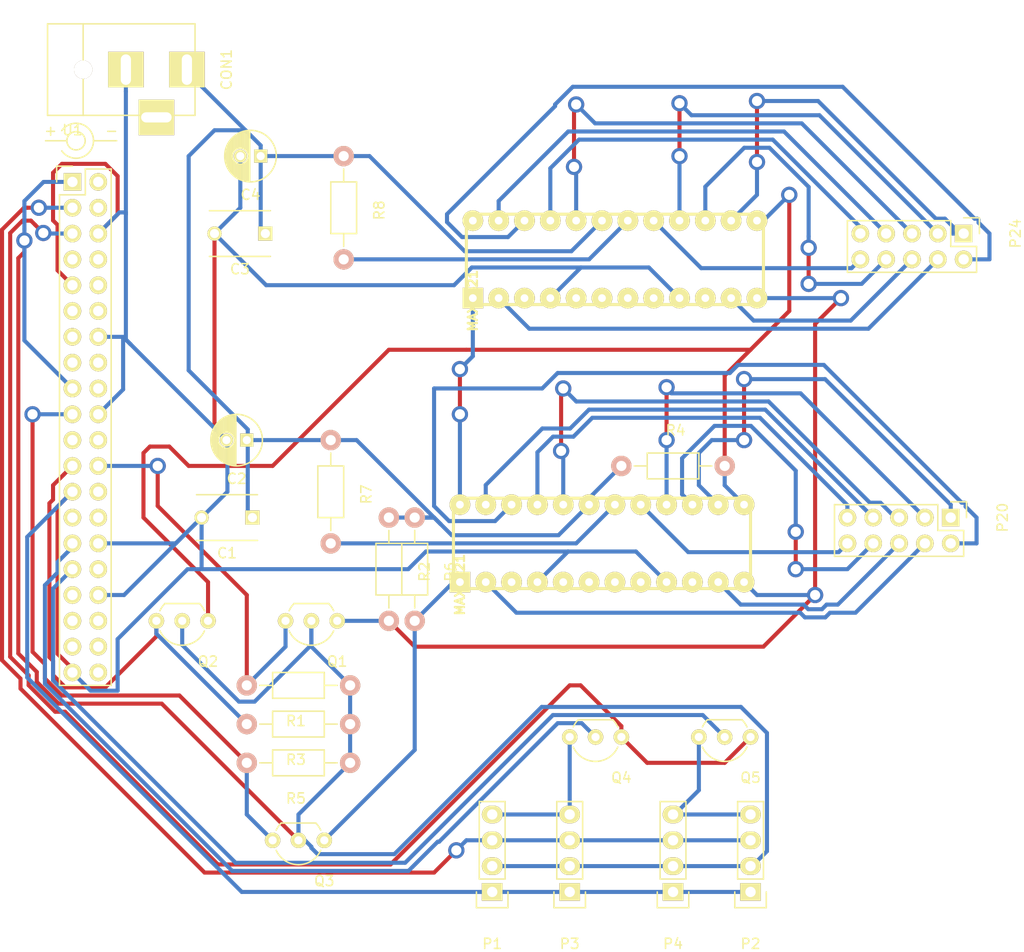
<source format=kicad_pcb>
(kicad_pcb (version 4) (host pcbnew 4.0.2-stable)

  (general
    (links 91)
    (no_connects 0)
    (area 82.013499 69.25652 183.44 163.755)
    (thickness 1.6)
    (drawings 0)
    (tracks 441)
    (zones 0)
    (modules 27)
    (nets 39)
  )

  (page A4)
  (layers
    (0 F.Cu signal)
    (31 B.Cu signal)
    (32 B.Adhes user)
    (33 F.Adhes user)
    (34 B.Paste user)
    (35 F.Paste user)
    (36 B.SilkS user)
    (37 F.SilkS user)
    (38 B.Mask user)
    (39 F.Mask user)
    (40 Dwgs.User user)
    (41 Cmts.User user)
    (42 Eco1.User user)
    (43 Eco2.User user)
    (44 Edge.Cuts user)
    (45 Margin user)
    (46 B.CrtYd user)
    (47 F.CrtYd user)
    (48 B.Fab user)
    (49 F.Fab user)
  )

  (setup
    (last_trace_width 0.4)
    (trace_clearance 0.4)
    (zone_clearance 0.508)
    (zone_45_only no)
    (trace_min 0.2)
    (segment_width 0.2)
    (edge_width 0.15)
    (via_size 1.6)
    (via_drill 1)
    (via_min_size 0.4)
    (via_min_drill 0.3)
    (uvia_size 0.3)
    (uvia_drill 0.1)
    (uvias_allowed no)
    (uvia_min_size 0.2)
    (uvia_min_drill 0.1)
    (pcb_text_width 0.3)
    (pcb_text_size 1.5 1.5)
    (mod_edge_width 0.15)
    (mod_text_size 1 1)
    (mod_text_width 0.15)
    (pad_size 1.524 1.524)
    (pad_drill 0.762)
    (pad_to_mask_clearance 0.2)
    (aux_axis_origin 0 0)
    (visible_elements 7FFFFFFF)
    (pcbplotparams
      (layerselection 0x00000_80000001)
      (usegerberextensions false)
      (excludeedgelayer true)
      (linewidth 0.100000)
      (plotframeref false)
      (viasonmask false)
      (mode 1)
      (useauxorigin false)
      (hpglpennumber 1)
      (hpglpenspeed 20)
      (hpglpendiameter 15)
      (hpglpenoverlay 2)
      (psnegative false)
      (psa4output false)
      (plotreference true)
      (plotvalue true)
      (plotinvisibletext false)
      (padsonsilk false)
      (subtractmaskfromsilk false)
      (outputformat 1)
      (mirror false)
      (drillshape 0)
      (scaleselection 1)
      (outputdirectory ""))
  )

  (net 0 "")
  (net 1 VCC)
  (net 2 GND)
  (net 3 VDD)
  (net 4 /I2C1_SDA)
  (net 5 "Net-(P1-Pad4)")
  (net 6 "Net-(P2-Pad4)")
  (net 7 /sheet57A5CF13/SEGA)
  (net 8 /sheet57A5CF13/SEGDP)
  (net 9 /sheet57A5CF13/SEGB)
  (net 10 /sheet57A5CF13/DIG0)
  (net 11 /sheet57A5CF13/SEGC)
  (net 12 /sheet57A5CF13/DIG1)
  (net 13 /sheet57A5CF13/SEGD)
  (net 14 /sheet57A5CF13/SEGF)
  (net 15 /sheet57A5CF13/SEGE)
  (net 16 /sheet57A5CF13/SEGG)
  (net 17 /sheet57A5D898/SEGA)
  (net 18 /sheet57A5D898/SEGDP)
  (net 19 /sheet57A5D898/SEGB)
  (net 20 /sheet57A5D898/DIG0)
  (net 21 /sheet57A5D898/SEGC)
  (net 22 /sheet57A5D898/DIG1)
  (net 23 /sheet57A5D898/SEGD)
  (net 24 /sheet57A5D898/SEGF)
  (net 25 /sheet57A5D898/SEGE)
  (net 26 /sheet57A5D898/SEGG)
  (net 27 /sheet57A33FA6/TTL_IN)
  (net 28 /sheet57A33FA6/CMOS_OUT)
  (net 29 /sheet57A33FA7/TTL_IN)
  (net 30 /sheet57A5CF13/CLK_5V)
  (net 31 /sheet57A33FA8/TTL_IN)
  (net 32 /sheet57A33FA8/CMOS_OUT)
  (net 33 /EN_I2C0_1)
  (net 34 /I2C1_SCL)
  (net 35 /EN_I2C0_2)
  (net 36 "Net-(R7-Pad2)")
  (net 37 "Net-(R8-Pad2)")
  (net 38 /sheet57A5D898/DIN_5V)

  (net_class Default "This is the default net class."
    (clearance 0.4)
    (trace_width 0.4)
    (via_dia 1.6)
    (via_drill 1)
    (uvia_dia 0.3)
    (uvia_drill 0.1)
    (add_net /EN_I2C0_1)
    (add_net /EN_I2C0_2)
    (add_net /I2C1_SCL)
    (add_net /I2C1_SDA)
    (add_net /sheet57A33FA6/CMOS_OUT)
    (add_net /sheet57A33FA6/TTL_IN)
    (add_net /sheet57A33FA7/TTL_IN)
    (add_net /sheet57A33FA8/CMOS_OUT)
    (add_net /sheet57A33FA8/TTL_IN)
    (add_net /sheet57A5CF13/CLK_5V)
    (add_net /sheet57A5CF13/DIG0)
    (add_net /sheet57A5CF13/DIG1)
    (add_net /sheet57A5CF13/SEGA)
    (add_net /sheet57A5CF13/SEGB)
    (add_net /sheet57A5CF13/SEGC)
    (add_net /sheet57A5CF13/SEGD)
    (add_net /sheet57A5CF13/SEGDP)
    (add_net /sheet57A5CF13/SEGE)
    (add_net /sheet57A5CF13/SEGF)
    (add_net /sheet57A5CF13/SEGG)
    (add_net /sheet57A5D898/DIG0)
    (add_net /sheet57A5D898/DIG1)
    (add_net /sheet57A5D898/DIN_5V)
    (add_net /sheet57A5D898/SEGA)
    (add_net /sheet57A5D898/SEGB)
    (add_net /sheet57A5D898/SEGC)
    (add_net /sheet57A5D898/SEGD)
    (add_net /sheet57A5D898/SEGDP)
    (add_net /sheet57A5D898/SEGE)
    (add_net /sheet57A5D898/SEGF)
    (add_net /sheet57A5D898/SEGG)
    (add_net GND)
    (add_net "Net-(P1-Pad4)")
    (add_net "Net-(P2-Pad4)")
    (add_net "Net-(R7-Pad2)")
    (add_net "Net-(R8-Pad2)")
    (add_net VCC)
    (add_net VDD)
  )

  (module Capacitors_ThroughHole:C_Disc_D6_P5 (layer F.Cu) (tedit 0) (tstamp 57C6806D)
    (at 107.235 120.65 180)
    (descr "Capacitor 6mm Disc, Pitch 5mm")
    (tags Capacitor)
    (path /57A5CF2B/57A3585E)
    (fp_text reference C1 (at 2.5 -3.5 180) (layer F.SilkS)
      (effects (font (size 1 1) (thickness 0.15)))
    )
    (fp_text value C (at 2.5 3.5 180) (layer F.Fab)
      (effects (font (size 1 1) (thickness 0.15)))
    )
    (fp_line (start -0.95 -2.5) (end 5.95 -2.5) (layer F.CrtYd) (width 0.05))
    (fp_line (start 5.95 -2.5) (end 5.95 2.5) (layer F.CrtYd) (width 0.05))
    (fp_line (start 5.95 2.5) (end -0.95 2.5) (layer F.CrtYd) (width 0.05))
    (fp_line (start -0.95 2.5) (end -0.95 -2.5) (layer F.CrtYd) (width 0.05))
    (fp_line (start -0.5 -2.25) (end 5.5 -2.25) (layer F.SilkS) (width 0.15))
    (fp_line (start 5.5 2.25) (end -0.5 2.25) (layer F.SilkS) (width 0.15))
    (pad 1 thru_hole rect (at 0 0 180) (size 1.4 1.4) (drill 0.9) (layers *.Cu *.Mask F.SilkS)
      (net 1 VCC))
    (pad 2 thru_hole circle (at 5 0 180) (size 1.4 1.4) (drill 0.9) (layers *.Cu *.Mask F.SilkS)
      (net 2 GND))
    (model Capacitors_ThroughHole.3dshapes/C_Disc_D6_P5.wrl
      (at (xyz 0.0984252 0 0))
      (scale (xyz 1 1 1))
      (rotate (xyz 0 0 0))
    )
  )

  (module Capacitors_ThroughHole:C_Radial_D5_L11_P2 (layer F.Cu) (tedit 0) (tstamp 57C68094)
    (at 106.68 113.03 180)
    (descr "Radial Electrolytic Capacitor 5mm x Length 11mm, Pitch 2mm")
    (tags "Electrolytic Capacitor")
    (path /57A5CF2B/57A358C3)
    (fp_text reference C2 (at 1 -3.8 180) (layer F.SilkS)
      (effects (font (size 1 1) (thickness 0.15)))
    )
    (fp_text value CP (at 1 3.8 180) (layer F.Fab)
      (effects (font (size 1 1) (thickness 0.15)))
    )
    (fp_line (start 1.075 -2.499) (end 1.075 2.499) (layer F.SilkS) (width 0.15))
    (fp_line (start 1.215 -2.491) (end 1.215 -0.154) (layer F.SilkS) (width 0.15))
    (fp_line (start 1.215 0.154) (end 1.215 2.491) (layer F.SilkS) (width 0.15))
    (fp_line (start 1.355 -2.475) (end 1.355 -0.473) (layer F.SilkS) (width 0.15))
    (fp_line (start 1.355 0.473) (end 1.355 2.475) (layer F.SilkS) (width 0.15))
    (fp_line (start 1.495 -2.451) (end 1.495 -0.62) (layer F.SilkS) (width 0.15))
    (fp_line (start 1.495 0.62) (end 1.495 2.451) (layer F.SilkS) (width 0.15))
    (fp_line (start 1.635 -2.418) (end 1.635 -0.712) (layer F.SilkS) (width 0.15))
    (fp_line (start 1.635 0.712) (end 1.635 2.418) (layer F.SilkS) (width 0.15))
    (fp_line (start 1.775 -2.377) (end 1.775 -0.768) (layer F.SilkS) (width 0.15))
    (fp_line (start 1.775 0.768) (end 1.775 2.377) (layer F.SilkS) (width 0.15))
    (fp_line (start 1.915 -2.327) (end 1.915 -0.795) (layer F.SilkS) (width 0.15))
    (fp_line (start 1.915 0.795) (end 1.915 2.327) (layer F.SilkS) (width 0.15))
    (fp_line (start 2.055 -2.266) (end 2.055 -0.798) (layer F.SilkS) (width 0.15))
    (fp_line (start 2.055 0.798) (end 2.055 2.266) (layer F.SilkS) (width 0.15))
    (fp_line (start 2.195 -2.196) (end 2.195 -0.776) (layer F.SilkS) (width 0.15))
    (fp_line (start 2.195 0.776) (end 2.195 2.196) (layer F.SilkS) (width 0.15))
    (fp_line (start 2.335 -2.114) (end 2.335 -0.726) (layer F.SilkS) (width 0.15))
    (fp_line (start 2.335 0.726) (end 2.335 2.114) (layer F.SilkS) (width 0.15))
    (fp_line (start 2.475 -2.019) (end 2.475 -0.644) (layer F.SilkS) (width 0.15))
    (fp_line (start 2.475 0.644) (end 2.475 2.019) (layer F.SilkS) (width 0.15))
    (fp_line (start 2.615 -1.908) (end 2.615 -0.512) (layer F.SilkS) (width 0.15))
    (fp_line (start 2.615 0.512) (end 2.615 1.908) (layer F.SilkS) (width 0.15))
    (fp_line (start 2.755 -1.78) (end 2.755 -0.265) (layer F.SilkS) (width 0.15))
    (fp_line (start 2.755 0.265) (end 2.755 1.78) (layer F.SilkS) (width 0.15))
    (fp_line (start 2.895 -1.631) (end 2.895 1.631) (layer F.SilkS) (width 0.15))
    (fp_line (start 3.035 -1.452) (end 3.035 1.452) (layer F.SilkS) (width 0.15))
    (fp_line (start 3.175 -1.233) (end 3.175 1.233) (layer F.SilkS) (width 0.15))
    (fp_line (start 3.315 -0.944) (end 3.315 0.944) (layer F.SilkS) (width 0.15))
    (fp_line (start 3.455 -0.472) (end 3.455 0.472) (layer F.SilkS) (width 0.15))
    (fp_circle (center 2 0) (end 2 -0.8) (layer F.SilkS) (width 0.15))
    (fp_circle (center 1 0) (end 1 -2.5375) (layer F.SilkS) (width 0.15))
    (fp_circle (center 1 0) (end 1 -2.8) (layer F.CrtYd) (width 0.05))
    (pad 1 thru_hole rect (at 0 0 180) (size 1.3 1.3) (drill 0.8) (layers *.Cu *.Mask F.SilkS)
      (net 1 VCC))
    (pad 2 thru_hole circle (at 2 0 180) (size 1.3 1.3) (drill 0.8) (layers *.Cu *.Mask F.SilkS)
      (net 2 GND))
    (model Capacitors_ThroughHole.3dshapes/C_Radial_D5_L11_P2.wrl
      (at (xyz 0 0 0))
      (scale (xyz 1 1 1))
      (rotate (xyz 0 0 0))
    )
  )

  (module Capacitors_ThroughHole:C_Disc_D6_P5 (layer F.Cu) (tedit 0) (tstamp 57C680A0)
    (at 108.505 92.71 180)
    (descr "Capacitor 6mm Disc, Pitch 5mm")
    (tags Capacitor)
    (path /57A5D8B0/57A3585E)
    (fp_text reference C3 (at 2.5 -3.5 180) (layer F.SilkS)
      (effects (font (size 1 1) (thickness 0.15)))
    )
    (fp_text value C (at 2.5 3.5 180) (layer F.Fab)
      (effects (font (size 1 1) (thickness 0.15)))
    )
    (fp_line (start -0.95 -2.5) (end 5.95 -2.5) (layer F.CrtYd) (width 0.05))
    (fp_line (start 5.95 -2.5) (end 5.95 2.5) (layer F.CrtYd) (width 0.05))
    (fp_line (start 5.95 2.5) (end -0.95 2.5) (layer F.CrtYd) (width 0.05))
    (fp_line (start -0.95 2.5) (end -0.95 -2.5) (layer F.CrtYd) (width 0.05))
    (fp_line (start -0.5 -2.25) (end 5.5 -2.25) (layer F.SilkS) (width 0.15))
    (fp_line (start 5.5 2.25) (end -0.5 2.25) (layer F.SilkS) (width 0.15))
    (pad 1 thru_hole rect (at 0 0 180) (size 1.4 1.4) (drill 0.9) (layers *.Cu *.Mask F.SilkS)
      (net 1 VCC))
    (pad 2 thru_hole circle (at 5 0 180) (size 1.4 1.4) (drill 0.9) (layers *.Cu *.Mask F.SilkS)
      (net 2 GND))
    (model Capacitors_ThroughHole.3dshapes/C_Disc_D6_P5.wrl
      (at (xyz 0.0984252 0 0))
      (scale (xyz 1 1 1))
      (rotate (xyz 0 0 0))
    )
  )

  (module Capacitors_ThroughHole:C_Radial_D5_L11_P2 (layer F.Cu) (tedit 0) (tstamp 57C680C7)
    (at 108.045 85.09 180)
    (descr "Radial Electrolytic Capacitor 5mm x Length 11mm, Pitch 2mm")
    (tags "Electrolytic Capacitor")
    (path /57A5D8B0/57A358C3)
    (fp_text reference C4 (at 1 -3.8 180) (layer F.SilkS)
      (effects (font (size 1 1) (thickness 0.15)))
    )
    (fp_text value CP (at 1 3.8 180) (layer F.Fab)
      (effects (font (size 1 1) (thickness 0.15)))
    )
    (fp_line (start 1.075 -2.499) (end 1.075 2.499) (layer F.SilkS) (width 0.15))
    (fp_line (start 1.215 -2.491) (end 1.215 -0.154) (layer F.SilkS) (width 0.15))
    (fp_line (start 1.215 0.154) (end 1.215 2.491) (layer F.SilkS) (width 0.15))
    (fp_line (start 1.355 -2.475) (end 1.355 -0.473) (layer F.SilkS) (width 0.15))
    (fp_line (start 1.355 0.473) (end 1.355 2.475) (layer F.SilkS) (width 0.15))
    (fp_line (start 1.495 -2.451) (end 1.495 -0.62) (layer F.SilkS) (width 0.15))
    (fp_line (start 1.495 0.62) (end 1.495 2.451) (layer F.SilkS) (width 0.15))
    (fp_line (start 1.635 -2.418) (end 1.635 -0.712) (layer F.SilkS) (width 0.15))
    (fp_line (start 1.635 0.712) (end 1.635 2.418) (layer F.SilkS) (width 0.15))
    (fp_line (start 1.775 -2.377) (end 1.775 -0.768) (layer F.SilkS) (width 0.15))
    (fp_line (start 1.775 0.768) (end 1.775 2.377) (layer F.SilkS) (width 0.15))
    (fp_line (start 1.915 -2.327) (end 1.915 -0.795) (layer F.SilkS) (width 0.15))
    (fp_line (start 1.915 0.795) (end 1.915 2.327) (layer F.SilkS) (width 0.15))
    (fp_line (start 2.055 -2.266) (end 2.055 -0.798) (layer F.SilkS) (width 0.15))
    (fp_line (start 2.055 0.798) (end 2.055 2.266) (layer F.SilkS) (width 0.15))
    (fp_line (start 2.195 -2.196) (end 2.195 -0.776) (layer F.SilkS) (width 0.15))
    (fp_line (start 2.195 0.776) (end 2.195 2.196) (layer F.SilkS) (width 0.15))
    (fp_line (start 2.335 -2.114) (end 2.335 -0.726) (layer F.SilkS) (width 0.15))
    (fp_line (start 2.335 0.726) (end 2.335 2.114) (layer F.SilkS) (width 0.15))
    (fp_line (start 2.475 -2.019) (end 2.475 -0.644) (layer F.SilkS) (width 0.15))
    (fp_line (start 2.475 0.644) (end 2.475 2.019) (layer F.SilkS) (width 0.15))
    (fp_line (start 2.615 -1.908) (end 2.615 -0.512) (layer F.SilkS) (width 0.15))
    (fp_line (start 2.615 0.512) (end 2.615 1.908) (layer F.SilkS) (width 0.15))
    (fp_line (start 2.755 -1.78) (end 2.755 -0.265) (layer F.SilkS) (width 0.15))
    (fp_line (start 2.755 0.265) (end 2.755 1.78) (layer F.SilkS) (width 0.15))
    (fp_line (start 2.895 -1.631) (end 2.895 1.631) (layer F.SilkS) (width 0.15))
    (fp_line (start 3.035 -1.452) (end 3.035 1.452) (layer F.SilkS) (width 0.15))
    (fp_line (start 3.175 -1.233) (end 3.175 1.233) (layer F.SilkS) (width 0.15))
    (fp_line (start 3.315 -0.944) (end 3.315 0.944) (layer F.SilkS) (width 0.15))
    (fp_line (start 3.455 -0.472) (end 3.455 0.472) (layer F.SilkS) (width 0.15))
    (fp_circle (center 2 0) (end 2 -0.8) (layer F.SilkS) (width 0.15))
    (fp_circle (center 1 0) (end 1 -2.5375) (layer F.SilkS) (width 0.15))
    (fp_circle (center 1 0) (end 1 -2.8) (layer F.CrtYd) (width 0.05))
    (pad 1 thru_hole rect (at 0 0 180) (size 1.3 1.3) (drill 0.8) (layers *.Cu *.Mask F.SilkS)
      (net 1 VCC))
    (pad 2 thru_hole circle (at 2 0 180) (size 1.3 1.3) (drill 0.8) (layers *.Cu *.Mask F.SilkS)
      (net 2 GND))
    (model Capacitors_ThroughHole.3dshapes/C_Radial_D5_L11_P2.wrl
      (at (xyz 0 0 0))
      (scale (xyz 1 1 1))
      (rotate (xyz 0 0 0))
    )
  )

  (module myparts:BARREL_JACK-custom (layer F.Cu) (tedit 57ADA211) (tstamp 57C680DA)
    (at 97.79 76.581)
    (descr "DC Barrel Jack")
    (tags "Power Jack Centre Positive pj-050ah")
    (path /57A5975A)
    (fp_text reference CON1 (at 6.89904 0 90) (layer F.SilkS)
      (effects (font (size 1 1) (thickness 0.15)))
    )
    (fp_text value BARREL_JACK (at -3.2 -5.99948) (layer F.Fab)
      (effects (font (size 1 1) (thickness 0.15)))
    )
    (fp_text user - (at -4.4 6) (layer F.SilkS)
      (effects (font (size 1 1) (thickness 0.15)))
    )
    (fp_text user + (at -10.4 6) (layer F.SilkS)
      (effects (font (size 1 1) (thickness 0.15)))
    )
    (fp_line (start -8.9 7) (end -10.9 7) (layer F.SilkS) (width 0.15))
    (fp_line (start -6.2 7) (end -3.9 7) (layer F.SilkS) (width 0.15))
    (fp_arc (start -7.9 7) (end -9.3 6) (angle 288.9246444) (layer F.SilkS) (width 0.15))
    (fp_circle (center -7.9 7) (end -7 7) (layer F.SilkS) (width 0.15))
    (fp_line (start -7.2005 -4.50088) (end -7.2005 4.50088) (layer F.SilkS) (width 0.15))
    (fp_line (start -10.70062 -4.50088) (end -10.70062 4.50088) (layer F.SilkS) (width 0.15))
    (fp_line (start -10.70062 4.50088) (end 3.80024 4.50088) (layer F.SilkS) (width 0.15))
    (fp_line (start 3.80024 4.50088) (end 3.80024 -4.50088) (layer F.SilkS) (width 0.15))
    (fp_line (start 3.80024 -4.50088) (end -10.70062 -4.50088) (layer F.SilkS) (width 0.15))
    (pad 1 thru_hole rect (at 3.00014 0) (size 3.50012 3.50012) (drill oval 1.00076 2.99974) (layers *.Cu *.Mask F.SilkS)
      (net 1 VCC))
    (pad 2 thru_hole rect (at -2.99934 0) (size 3.50012 3.50012) (drill oval 1.00076 2.99974) (layers *.Cu *.Mask F.SilkS)
      (net 2 GND))
    (pad 3 thru_hole rect (at 0.0004 4.699) (size 3.50012 3.50012) (drill oval 2.99974 1.00076) (layers *.Cu *.Mask F.SilkS))
    (pad 4 thru_hole circle (at -7.2 0) (size 1.8 1.8) (drill 1.8) (layers *.Cu *.Mask F.SilkS))
  )

  (module Pin_Headers:Pin_Header_Straight_1x04 (layer F.Cu) (tedit 0) (tstamp 57C680ED)
    (at 130.81 157.48 180)
    (descr "Through hole pin header")
    (tags "pin header")
    (path /57A9D44C)
    (fp_text reference P1 (at 0 -5.1 180) (layer F.SilkS)
      (effects (font (size 1 1) (thickness 0.15)))
    )
    (fp_text value CONN_01X04 (at 0 -3.1 180) (layer F.Fab)
      (effects (font (size 1 1) (thickness 0.15)))
    )
    (fp_line (start -1.75 -1.75) (end -1.75 9.4) (layer F.CrtYd) (width 0.05))
    (fp_line (start 1.75 -1.75) (end 1.75 9.4) (layer F.CrtYd) (width 0.05))
    (fp_line (start -1.75 -1.75) (end 1.75 -1.75) (layer F.CrtYd) (width 0.05))
    (fp_line (start -1.75 9.4) (end 1.75 9.4) (layer F.CrtYd) (width 0.05))
    (fp_line (start -1.27 1.27) (end -1.27 8.89) (layer F.SilkS) (width 0.15))
    (fp_line (start 1.27 1.27) (end 1.27 8.89) (layer F.SilkS) (width 0.15))
    (fp_line (start 1.55 -1.55) (end 1.55 0) (layer F.SilkS) (width 0.15))
    (fp_line (start -1.27 8.89) (end 1.27 8.89) (layer F.SilkS) (width 0.15))
    (fp_line (start 1.27 1.27) (end -1.27 1.27) (layer F.SilkS) (width 0.15))
    (fp_line (start -1.55 0) (end -1.55 -1.55) (layer F.SilkS) (width 0.15))
    (fp_line (start -1.55 -1.55) (end 1.55 -1.55) (layer F.SilkS) (width 0.15))
    (pad 1 thru_hole rect (at 0 0 180) (size 2.032 1.7272) (drill 1.016) (layers *.Cu *.Mask F.SilkS)
      (net 2 GND))
    (pad 2 thru_hole oval (at 0 2.54 180) (size 2.032 1.7272) (drill 1.016) (layers *.Cu *.Mask F.SilkS)
      (net 3 VDD))
    (pad 3 thru_hole oval (at 0 5.08 180) (size 2.032 1.7272) (drill 1.016) (layers *.Cu *.Mask F.SilkS)
      (net 4 /I2C1_SDA))
    (pad 4 thru_hole oval (at 0 7.62 180) (size 2.032 1.7272) (drill 1.016) (layers *.Cu *.Mask F.SilkS)
      (net 5 "Net-(P1-Pad4)"))
    (model Pin_Headers.3dshapes/Pin_Header_Straight_1x04.wrl
      (at (xyz 0 -0.15 0))
      (scale (xyz 1 1 1))
      (rotate (xyz 0 0 90))
    )
  )

  (module Pin_Headers:Pin_Header_Straight_1x04 (layer F.Cu) (tedit 0) (tstamp 57C68100)
    (at 156.21 157.48 180)
    (descr "Through hole pin header")
    (tags "pin header")
    (path /57AA1B87)
    (fp_text reference P2 (at 0 -5.1 180) (layer F.SilkS)
      (effects (font (size 1 1) (thickness 0.15)))
    )
    (fp_text value CONN_01X04 (at 0 -3.1 180) (layer F.Fab)
      (effects (font (size 1 1) (thickness 0.15)))
    )
    (fp_line (start -1.75 -1.75) (end -1.75 9.4) (layer F.CrtYd) (width 0.05))
    (fp_line (start 1.75 -1.75) (end 1.75 9.4) (layer F.CrtYd) (width 0.05))
    (fp_line (start -1.75 -1.75) (end 1.75 -1.75) (layer F.CrtYd) (width 0.05))
    (fp_line (start -1.75 9.4) (end 1.75 9.4) (layer F.CrtYd) (width 0.05))
    (fp_line (start -1.27 1.27) (end -1.27 8.89) (layer F.SilkS) (width 0.15))
    (fp_line (start 1.27 1.27) (end 1.27 8.89) (layer F.SilkS) (width 0.15))
    (fp_line (start 1.55 -1.55) (end 1.55 0) (layer F.SilkS) (width 0.15))
    (fp_line (start -1.27 8.89) (end 1.27 8.89) (layer F.SilkS) (width 0.15))
    (fp_line (start 1.27 1.27) (end -1.27 1.27) (layer F.SilkS) (width 0.15))
    (fp_line (start -1.55 0) (end -1.55 -1.55) (layer F.SilkS) (width 0.15))
    (fp_line (start -1.55 -1.55) (end 1.55 -1.55) (layer F.SilkS) (width 0.15))
    (pad 1 thru_hole rect (at 0 0 180) (size 2.032 1.7272) (drill 1.016) (layers *.Cu *.Mask F.SilkS)
      (net 2 GND))
    (pad 2 thru_hole oval (at 0 2.54 180) (size 2.032 1.7272) (drill 1.016) (layers *.Cu *.Mask F.SilkS)
      (net 3 VDD))
    (pad 3 thru_hole oval (at 0 5.08 180) (size 2.032 1.7272) (drill 1.016) (layers *.Cu *.Mask F.SilkS)
      (net 4 /I2C1_SDA))
    (pad 4 thru_hole oval (at 0 7.62 180) (size 2.032 1.7272) (drill 1.016) (layers *.Cu *.Mask F.SilkS)
      (net 6 "Net-(P2-Pad4)"))
    (model Pin_Headers.3dshapes/Pin_Header_Straight_1x04.wrl
      (at (xyz 0 -0.15 0))
      (scale (xyz 1 1 1))
      (rotate (xyz 0 0 90))
    )
  )

  (module Pin_Headers:Pin_Header_Straight_1x04 (layer F.Cu) (tedit 0) (tstamp 57C68113)
    (at 138.43 157.48 180)
    (descr "Through hole pin header")
    (tags "pin header")
    (path /57AA06F6)
    (fp_text reference P3 (at 0 -5.1 180) (layer F.SilkS)
      (effects (font (size 1 1) (thickness 0.15)))
    )
    (fp_text value CONN_01X04 (at 0 -3.1 180) (layer F.Fab)
      (effects (font (size 1 1) (thickness 0.15)))
    )
    (fp_line (start -1.75 -1.75) (end -1.75 9.4) (layer F.CrtYd) (width 0.05))
    (fp_line (start 1.75 -1.75) (end 1.75 9.4) (layer F.CrtYd) (width 0.05))
    (fp_line (start -1.75 -1.75) (end 1.75 -1.75) (layer F.CrtYd) (width 0.05))
    (fp_line (start -1.75 9.4) (end 1.75 9.4) (layer F.CrtYd) (width 0.05))
    (fp_line (start -1.27 1.27) (end -1.27 8.89) (layer F.SilkS) (width 0.15))
    (fp_line (start 1.27 1.27) (end 1.27 8.89) (layer F.SilkS) (width 0.15))
    (fp_line (start 1.55 -1.55) (end 1.55 0) (layer F.SilkS) (width 0.15))
    (fp_line (start -1.27 8.89) (end 1.27 8.89) (layer F.SilkS) (width 0.15))
    (fp_line (start 1.27 1.27) (end -1.27 1.27) (layer F.SilkS) (width 0.15))
    (fp_line (start -1.55 0) (end -1.55 -1.55) (layer F.SilkS) (width 0.15))
    (fp_line (start -1.55 -1.55) (end 1.55 -1.55) (layer F.SilkS) (width 0.15))
    (pad 1 thru_hole rect (at 0 0 180) (size 2.032 1.7272) (drill 1.016) (layers *.Cu *.Mask F.SilkS)
      (net 2 GND))
    (pad 2 thru_hole oval (at 0 2.54 180) (size 2.032 1.7272) (drill 1.016) (layers *.Cu *.Mask F.SilkS)
      (net 3 VDD))
    (pad 3 thru_hole oval (at 0 5.08 180) (size 2.032 1.7272) (drill 1.016) (layers *.Cu *.Mask F.SilkS)
      (net 4 /I2C1_SDA))
    (pad 4 thru_hole oval (at 0 7.62 180) (size 2.032 1.7272) (drill 1.016) (layers *.Cu *.Mask F.SilkS)
      (net 5 "Net-(P1-Pad4)"))
    (model Pin_Headers.3dshapes/Pin_Header_Straight_1x04.wrl
      (at (xyz 0 -0.15 0))
      (scale (xyz 1 1 1))
      (rotate (xyz 0 0 90))
    )
  )

  (module Pin_Headers:Pin_Header_Straight_1x04 (layer F.Cu) (tedit 0) (tstamp 57C68126)
    (at 148.59 157.48 180)
    (descr "Through hole pin header")
    (tags "pin header")
    (path /57AA1B98)
    (fp_text reference P4 (at 0 -5.1 180) (layer F.SilkS)
      (effects (font (size 1 1) (thickness 0.15)))
    )
    (fp_text value CONN_01X04 (at 0 -3.1 180) (layer F.Fab)
      (effects (font (size 1 1) (thickness 0.15)))
    )
    (fp_line (start -1.75 -1.75) (end -1.75 9.4) (layer F.CrtYd) (width 0.05))
    (fp_line (start 1.75 -1.75) (end 1.75 9.4) (layer F.CrtYd) (width 0.05))
    (fp_line (start -1.75 -1.75) (end 1.75 -1.75) (layer F.CrtYd) (width 0.05))
    (fp_line (start -1.75 9.4) (end 1.75 9.4) (layer F.CrtYd) (width 0.05))
    (fp_line (start -1.27 1.27) (end -1.27 8.89) (layer F.SilkS) (width 0.15))
    (fp_line (start 1.27 1.27) (end 1.27 8.89) (layer F.SilkS) (width 0.15))
    (fp_line (start 1.55 -1.55) (end 1.55 0) (layer F.SilkS) (width 0.15))
    (fp_line (start -1.27 8.89) (end 1.27 8.89) (layer F.SilkS) (width 0.15))
    (fp_line (start 1.27 1.27) (end -1.27 1.27) (layer F.SilkS) (width 0.15))
    (fp_line (start -1.55 0) (end -1.55 -1.55) (layer F.SilkS) (width 0.15))
    (fp_line (start -1.55 -1.55) (end 1.55 -1.55) (layer F.SilkS) (width 0.15))
    (pad 1 thru_hole rect (at 0 0 180) (size 2.032 1.7272) (drill 1.016) (layers *.Cu *.Mask F.SilkS)
      (net 2 GND))
    (pad 2 thru_hole oval (at 0 2.54 180) (size 2.032 1.7272) (drill 1.016) (layers *.Cu *.Mask F.SilkS)
      (net 3 VDD))
    (pad 3 thru_hole oval (at 0 5.08 180) (size 2.032 1.7272) (drill 1.016) (layers *.Cu *.Mask F.SilkS)
      (net 4 /I2C1_SDA))
    (pad 4 thru_hole oval (at 0 7.62 180) (size 2.032 1.7272) (drill 1.016) (layers *.Cu *.Mask F.SilkS)
      (net 6 "Net-(P2-Pad4)"))
    (model Pin_Headers.3dshapes/Pin_Header_Straight_1x04.wrl
      (at (xyz 0 -0.15 0))
      (scale (xyz 1 1 1))
      (rotate (xyz 0 0 90))
    )
  )

  (module Pin_Headers:Pin_Header_Straight_2x05 (layer F.Cu) (tedit 0) (tstamp 57C68140)
    (at 175.895 120.65 270)
    (descr "Through hole pin header")
    (tags "pin header")
    (path /57A6EF47)
    (fp_text reference P20 (at 0 -5.1 270) (layer F.SilkS)
      (effects (font (size 1 1) (thickness 0.15)))
    )
    (fp_text value CONN_02X05 (at 0 -3.1 270) (layer F.Fab)
      (effects (font (size 1 1) (thickness 0.15)))
    )
    (fp_line (start -1.75 -1.75) (end -1.75 11.95) (layer F.CrtYd) (width 0.05))
    (fp_line (start 4.3 -1.75) (end 4.3 11.95) (layer F.CrtYd) (width 0.05))
    (fp_line (start -1.75 -1.75) (end 4.3 -1.75) (layer F.CrtYd) (width 0.05))
    (fp_line (start -1.75 11.95) (end 4.3 11.95) (layer F.CrtYd) (width 0.05))
    (fp_line (start 3.81 -1.27) (end 3.81 11.43) (layer F.SilkS) (width 0.15))
    (fp_line (start 3.81 11.43) (end -1.27 11.43) (layer F.SilkS) (width 0.15))
    (fp_line (start -1.27 11.43) (end -1.27 1.27) (layer F.SilkS) (width 0.15))
    (fp_line (start 3.81 -1.27) (end 1.27 -1.27) (layer F.SilkS) (width 0.15))
    (fp_line (start 0 -1.55) (end -1.55 -1.55) (layer F.SilkS) (width 0.15))
    (fp_line (start 1.27 -1.27) (end 1.27 1.27) (layer F.SilkS) (width 0.15))
    (fp_line (start 1.27 1.27) (end -1.27 1.27) (layer F.SilkS) (width 0.15))
    (fp_line (start -1.55 -1.55) (end -1.55 0) (layer F.SilkS) (width 0.15))
    (pad 1 thru_hole rect (at 0 0 270) (size 1.7272 1.7272) (drill 1.016) (layers *.Cu *.Mask F.SilkS)
      (net 7 /sheet57A5CF13/SEGA))
    (pad 2 thru_hole oval (at 2.54 0 270) (size 1.7272 1.7272) (drill 1.016) (layers *.Cu *.Mask F.SilkS)
      (net 8 /sheet57A5CF13/SEGDP))
    (pad 3 thru_hole oval (at 0 2.54 270) (size 1.7272 1.7272) (drill 1.016) (layers *.Cu *.Mask F.SilkS)
      (net 9 /sheet57A5CF13/SEGB))
    (pad 4 thru_hole oval (at 2.54 2.54 270) (size 1.7272 1.7272) (drill 1.016) (layers *.Cu *.Mask F.SilkS)
      (net 10 /sheet57A5CF13/DIG0))
    (pad 5 thru_hole oval (at 0 5.08 270) (size 1.7272 1.7272) (drill 1.016) (layers *.Cu *.Mask F.SilkS)
      (net 11 /sheet57A5CF13/SEGC))
    (pad 6 thru_hole oval (at 2.54 5.08 270) (size 1.7272 1.7272) (drill 1.016) (layers *.Cu *.Mask F.SilkS)
      (net 12 /sheet57A5CF13/DIG1))
    (pad 7 thru_hole oval (at 0 7.62 270) (size 1.7272 1.7272) (drill 1.016) (layers *.Cu *.Mask F.SilkS)
      (net 13 /sheet57A5CF13/SEGD))
    (pad 8 thru_hole oval (at 2.54 7.62 270) (size 1.7272 1.7272) (drill 1.016) (layers *.Cu *.Mask F.SilkS)
      (net 14 /sheet57A5CF13/SEGF))
    (pad 9 thru_hole oval (at 0 10.16 270) (size 1.7272 1.7272) (drill 1.016) (layers *.Cu *.Mask F.SilkS)
      (net 15 /sheet57A5CF13/SEGE))
    (pad 10 thru_hole oval (at 2.54 10.16 270) (size 1.7272 1.7272) (drill 1.016) (layers *.Cu *.Mask F.SilkS)
      (net 16 /sheet57A5CF13/SEGG))
    (model Pin_Headers.3dshapes/Pin_Header_Straight_2x05.wrl
      (at (xyz 0.05 -0.2 0))
      (scale (xyz 1 1 1))
      (rotate (xyz 0 0 90))
    )
  )

  (module Pin_Headers:Pin_Header_Straight_2x05 (layer F.Cu) (tedit 0) (tstamp 57C6815A)
    (at 177.165 92.71 270)
    (descr "Through hole pin header")
    (tags "pin header")
    (path /57A4AE68)
    (fp_text reference P24 (at 0 -5.1 270) (layer F.SilkS)
      (effects (font (size 1 1) (thickness 0.15)))
    )
    (fp_text value CONN_02X05 (at 0 -3.1 270) (layer F.Fab)
      (effects (font (size 1 1) (thickness 0.15)))
    )
    (fp_line (start -1.75 -1.75) (end -1.75 11.95) (layer F.CrtYd) (width 0.05))
    (fp_line (start 4.3 -1.75) (end 4.3 11.95) (layer F.CrtYd) (width 0.05))
    (fp_line (start -1.75 -1.75) (end 4.3 -1.75) (layer F.CrtYd) (width 0.05))
    (fp_line (start -1.75 11.95) (end 4.3 11.95) (layer F.CrtYd) (width 0.05))
    (fp_line (start 3.81 -1.27) (end 3.81 11.43) (layer F.SilkS) (width 0.15))
    (fp_line (start 3.81 11.43) (end -1.27 11.43) (layer F.SilkS) (width 0.15))
    (fp_line (start -1.27 11.43) (end -1.27 1.27) (layer F.SilkS) (width 0.15))
    (fp_line (start 3.81 -1.27) (end 1.27 -1.27) (layer F.SilkS) (width 0.15))
    (fp_line (start 0 -1.55) (end -1.55 -1.55) (layer F.SilkS) (width 0.15))
    (fp_line (start 1.27 -1.27) (end 1.27 1.27) (layer F.SilkS) (width 0.15))
    (fp_line (start 1.27 1.27) (end -1.27 1.27) (layer F.SilkS) (width 0.15))
    (fp_line (start -1.55 -1.55) (end -1.55 0) (layer F.SilkS) (width 0.15))
    (pad 1 thru_hole rect (at 0 0 270) (size 1.7272 1.7272) (drill 1.016) (layers *.Cu *.Mask F.SilkS)
      (net 17 /sheet57A5D898/SEGA))
    (pad 2 thru_hole oval (at 2.54 0 270) (size 1.7272 1.7272) (drill 1.016) (layers *.Cu *.Mask F.SilkS)
      (net 18 /sheet57A5D898/SEGDP))
    (pad 3 thru_hole oval (at 0 2.54 270) (size 1.7272 1.7272) (drill 1.016) (layers *.Cu *.Mask F.SilkS)
      (net 19 /sheet57A5D898/SEGB))
    (pad 4 thru_hole oval (at 2.54 2.54 270) (size 1.7272 1.7272) (drill 1.016) (layers *.Cu *.Mask F.SilkS)
      (net 20 /sheet57A5D898/DIG0))
    (pad 5 thru_hole oval (at 0 5.08 270) (size 1.7272 1.7272) (drill 1.016) (layers *.Cu *.Mask F.SilkS)
      (net 21 /sheet57A5D898/SEGC))
    (pad 6 thru_hole oval (at 2.54 5.08 270) (size 1.7272 1.7272) (drill 1.016) (layers *.Cu *.Mask F.SilkS)
      (net 22 /sheet57A5D898/DIG1))
    (pad 7 thru_hole oval (at 0 7.62 270) (size 1.7272 1.7272) (drill 1.016) (layers *.Cu *.Mask F.SilkS)
      (net 23 /sheet57A5D898/SEGD))
    (pad 8 thru_hole oval (at 2.54 7.62 270) (size 1.7272 1.7272) (drill 1.016) (layers *.Cu *.Mask F.SilkS)
      (net 24 /sheet57A5D898/SEGF))
    (pad 9 thru_hole oval (at 0 10.16 270) (size 1.7272 1.7272) (drill 1.016) (layers *.Cu *.Mask F.SilkS)
      (net 25 /sheet57A5D898/SEGE))
    (pad 10 thru_hole oval (at 2.54 10.16 270) (size 1.7272 1.7272) (drill 1.016) (layers *.Cu *.Mask F.SilkS)
      (net 26 /sheet57A5D898/SEGG))
    (model Pin_Headers.3dshapes/Pin_Header_Straight_2x05.wrl
      (at (xyz 0.05 -0.2 0))
      (scale (xyz 1 1 1))
      (rotate (xyz 0 0 90))
    )
  )

  (module TO_SOT_Packages_THT:TO-92_Inline_Wide (layer F.Cu) (tedit 54F242B4) (tstamp 57C6816A)
    (at 115.57 130.81 180)
    (descr "TO-92 leads in-line, wide, drill 0.8mm (see NXP sot054_po.pdf)")
    (tags "to-92 sc-43 sc-43a sot54 PA33 transistor")
    (path /57A33FAE/5798C66E)
    (fp_text reference Q1 (at 0 -4 360) (layer F.SilkS)
      (effects (font (size 1 1) (thickness 0.15)))
    )
    (fp_text value 2N7000 (at 0 3 180) (layer F.Fab)
      (effects (font (size 1 1) (thickness 0.15)))
    )
    (fp_arc (start 2.54 0) (end 0.84 1.7) (angle 20.5) (layer F.SilkS) (width 0.15))
    (fp_arc (start 2.54 0) (end 4.24 1.7) (angle -20.5) (layer F.SilkS) (width 0.15))
    (fp_line (start -1 1.95) (end -1 -2.65) (layer F.CrtYd) (width 0.05))
    (fp_line (start -1 1.95) (end 6.1 1.95) (layer F.CrtYd) (width 0.05))
    (fp_line (start 0.84 1.7) (end 4.24 1.7) (layer F.SilkS) (width 0.15))
    (fp_arc (start 2.54 0) (end 2.54 -2.4) (angle -65.55604127) (layer F.SilkS) (width 0.15))
    (fp_arc (start 2.54 0) (end 2.54 -2.4) (angle 65.55604127) (layer F.SilkS) (width 0.15))
    (fp_line (start -1 -2.65) (end 6.1 -2.65) (layer F.CrtYd) (width 0.05))
    (fp_line (start 6.1 1.95) (end 6.1 -2.65) (layer F.CrtYd) (width 0.05))
    (pad 2 thru_hole circle (at 2.54 0 270) (size 1.524 1.524) (drill 0.8) (layers *.Cu *.Mask F.SilkS)
      (net 3 VDD))
    (pad 3 thru_hole circle (at 5.08 0 270) (size 1.524 1.524) (drill 0.8) (layers *.Cu *.Mask F.SilkS)
      (net 27 /sheet57A33FA6/TTL_IN))
    (pad 1 thru_hole circle (at 0 0 270) (size 1.524 1.524) (drill 0.8) (layers *.Cu *.Mask F.SilkS)
      (net 28 /sheet57A33FA6/CMOS_OUT))
    (model TO_SOT_Packages_THT.3dshapes/TO-92_Inline_Wide.wrl
      (at (xyz 0.1 0 0))
      (scale (xyz 1 1 1))
      (rotate (xyz 0 0 -90))
    )
  )

  (module TO_SOT_Packages_THT:TO-92_Inline_Wide (layer F.Cu) (tedit 54F242B4) (tstamp 57C6817A)
    (at 102.87 130.81 180)
    (descr "TO-92 leads in-line, wide, drill 0.8mm (see NXP sot054_po.pdf)")
    (tags "to-92 sc-43 sc-43a sot54 PA33 transistor")
    (path /57A33FC0/5798C66E)
    (fp_text reference Q2 (at 0 -4 360) (layer F.SilkS)
      (effects (font (size 1 1) (thickness 0.15)))
    )
    (fp_text value 2N7000 (at 0 3 180) (layer F.Fab)
      (effects (font (size 1 1) (thickness 0.15)))
    )
    (fp_arc (start 2.54 0) (end 0.84 1.7) (angle 20.5) (layer F.SilkS) (width 0.15))
    (fp_arc (start 2.54 0) (end 4.24 1.7) (angle -20.5) (layer F.SilkS) (width 0.15))
    (fp_line (start -1 1.95) (end -1 -2.65) (layer F.CrtYd) (width 0.05))
    (fp_line (start -1 1.95) (end 6.1 1.95) (layer F.CrtYd) (width 0.05))
    (fp_line (start 0.84 1.7) (end 4.24 1.7) (layer F.SilkS) (width 0.15))
    (fp_arc (start 2.54 0) (end 2.54 -2.4) (angle -65.55604127) (layer F.SilkS) (width 0.15))
    (fp_arc (start 2.54 0) (end 2.54 -2.4) (angle 65.55604127) (layer F.SilkS) (width 0.15))
    (fp_line (start -1 -2.65) (end 6.1 -2.65) (layer F.CrtYd) (width 0.05))
    (fp_line (start 6.1 1.95) (end 6.1 -2.65) (layer F.CrtYd) (width 0.05))
    (pad 2 thru_hole circle (at 2.54 0 270) (size 1.524 1.524) (drill 0.8) (layers *.Cu *.Mask F.SilkS)
      (net 3 VDD))
    (pad 3 thru_hole circle (at 5.08 0 270) (size 1.524 1.524) (drill 0.8) (layers *.Cu *.Mask F.SilkS)
      (net 29 /sheet57A33FA7/TTL_IN))
    (pad 1 thru_hole circle (at 0 0 270) (size 1.524 1.524) (drill 0.8) (layers *.Cu *.Mask F.SilkS)
      (net 30 /sheet57A5CF13/CLK_5V))
    (model TO_SOT_Packages_THT.3dshapes/TO-92_Inline_Wide.wrl
      (at (xyz 0.1 0 0))
      (scale (xyz 1 1 1))
      (rotate (xyz 0 0 -90))
    )
  )

  (module TO_SOT_Packages_THT:TO-92_Inline_Wide (layer F.Cu) (tedit 54F242B4) (tstamp 57C6818A)
    (at 114.3 152.4 180)
    (descr "TO-92 leads in-line, wide, drill 0.8mm (see NXP sot054_po.pdf)")
    (tags "to-92 sc-43 sc-43a sot54 PA33 transistor")
    (path /57A33FD2/5798C66E)
    (fp_text reference Q3 (at 0 -4 360) (layer F.SilkS)
      (effects (font (size 1 1) (thickness 0.15)))
    )
    (fp_text value 2N7000 (at 0 3 180) (layer F.Fab)
      (effects (font (size 1 1) (thickness 0.15)))
    )
    (fp_arc (start 2.54 0) (end 0.84 1.7) (angle 20.5) (layer F.SilkS) (width 0.15))
    (fp_arc (start 2.54 0) (end 4.24 1.7) (angle -20.5) (layer F.SilkS) (width 0.15))
    (fp_line (start -1 1.95) (end -1 -2.65) (layer F.CrtYd) (width 0.05))
    (fp_line (start -1 1.95) (end 6.1 1.95) (layer F.CrtYd) (width 0.05))
    (fp_line (start 0.84 1.7) (end 4.24 1.7) (layer F.SilkS) (width 0.15))
    (fp_arc (start 2.54 0) (end 2.54 -2.4) (angle -65.55604127) (layer F.SilkS) (width 0.15))
    (fp_arc (start 2.54 0) (end 2.54 -2.4) (angle 65.55604127) (layer F.SilkS) (width 0.15))
    (fp_line (start -1 -2.65) (end 6.1 -2.65) (layer F.CrtYd) (width 0.05))
    (fp_line (start 6.1 1.95) (end 6.1 -2.65) (layer F.CrtYd) (width 0.05))
    (pad 2 thru_hole circle (at 2.54 0 270) (size 1.524 1.524) (drill 0.8) (layers *.Cu *.Mask F.SilkS)
      (net 3 VDD))
    (pad 3 thru_hole circle (at 5.08 0 270) (size 1.524 1.524) (drill 0.8) (layers *.Cu *.Mask F.SilkS)
      (net 31 /sheet57A33FA8/TTL_IN))
    (pad 1 thru_hole circle (at 0 0 270) (size 1.524 1.524) (drill 0.8) (layers *.Cu *.Mask F.SilkS)
      (net 32 /sheet57A33FA8/CMOS_OUT))
    (model TO_SOT_Packages_THT.3dshapes/TO-92_Inline_Wide.wrl
      (at (xyz 0.1 0 0))
      (scale (xyz 1 1 1))
      (rotate (xyz 0 0 -90))
    )
  )

  (module TO_SOT_Packages_THT:TO-92_Inline_Wide (layer F.Cu) (tedit 54F242B4) (tstamp 57C6819A)
    (at 143.51 142.24 180)
    (descr "TO-92 leads in-line, wide, drill 0.8mm (see NXP sot054_po.pdf)")
    (tags "to-92 sc-43 sc-43a sot54 PA33 transistor")
    (path /57AFEA73)
    (fp_text reference Q4 (at 0 -4 360) (layer F.SilkS)
      (effects (font (size 1 1) (thickness 0.15)))
    )
    (fp_text value 2N7000 (at 0 3 180) (layer F.Fab)
      (effects (font (size 1 1) (thickness 0.15)))
    )
    (fp_arc (start 2.54 0) (end 0.84 1.7) (angle 20.5) (layer F.SilkS) (width 0.15))
    (fp_arc (start 2.54 0) (end 4.24 1.7) (angle -20.5) (layer F.SilkS) (width 0.15))
    (fp_line (start -1 1.95) (end -1 -2.65) (layer F.CrtYd) (width 0.05))
    (fp_line (start -1 1.95) (end 6.1 1.95) (layer F.CrtYd) (width 0.05))
    (fp_line (start 0.84 1.7) (end 4.24 1.7) (layer F.SilkS) (width 0.15))
    (fp_arc (start 2.54 0) (end 2.54 -2.4) (angle -65.55604127) (layer F.SilkS) (width 0.15))
    (fp_arc (start 2.54 0) (end 2.54 -2.4) (angle 65.55604127) (layer F.SilkS) (width 0.15))
    (fp_line (start -1 -2.65) (end 6.1 -2.65) (layer F.CrtYd) (width 0.05))
    (fp_line (start 6.1 1.95) (end 6.1 -2.65) (layer F.CrtYd) (width 0.05))
    (pad 2 thru_hole circle (at 2.54 0 270) (size 1.524 1.524) (drill 0.8) (layers *.Cu *.Mask F.SilkS)
      (net 33 /EN_I2C0_1))
    (pad 3 thru_hole circle (at 5.08 0 270) (size 1.524 1.524) (drill 0.8) (layers *.Cu *.Mask F.SilkS)
      (net 5 "Net-(P1-Pad4)"))
    (pad 1 thru_hole circle (at 0 0 270) (size 1.524 1.524) (drill 0.8) (layers *.Cu *.Mask F.SilkS)
      (net 34 /I2C1_SCL))
    (model TO_SOT_Packages_THT.3dshapes/TO-92_Inline_Wide.wrl
      (at (xyz 0.1 0 0))
      (scale (xyz 1 1 1))
      (rotate (xyz 0 0 -90))
    )
  )

  (module TO_SOT_Packages_THT:TO-92_Inline_Wide (layer F.Cu) (tedit 54F242B4) (tstamp 57C681AA)
    (at 156.21 142.24 180)
    (descr "TO-92 leads in-line, wide, drill 0.8mm (see NXP sot054_po.pdf)")
    (tags "to-92 sc-43 sc-43a sot54 PA33 transistor")
    (path /57AFE892)
    (fp_text reference Q5 (at 0 -4 360) (layer F.SilkS)
      (effects (font (size 1 1) (thickness 0.15)))
    )
    (fp_text value 2N7000 (at 0 3 180) (layer F.Fab)
      (effects (font (size 1 1) (thickness 0.15)))
    )
    (fp_arc (start 2.54 0) (end 0.84 1.7) (angle 20.5) (layer F.SilkS) (width 0.15))
    (fp_arc (start 2.54 0) (end 4.24 1.7) (angle -20.5) (layer F.SilkS) (width 0.15))
    (fp_line (start -1 1.95) (end -1 -2.65) (layer F.CrtYd) (width 0.05))
    (fp_line (start -1 1.95) (end 6.1 1.95) (layer F.CrtYd) (width 0.05))
    (fp_line (start 0.84 1.7) (end 4.24 1.7) (layer F.SilkS) (width 0.15))
    (fp_arc (start 2.54 0) (end 2.54 -2.4) (angle -65.55604127) (layer F.SilkS) (width 0.15))
    (fp_arc (start 2.54 0) (end 2.54 -2.4) (angle 65.55604127) (layer F.SilkS) (width 0.15))
    (fp_line (start -1 -2.65) (end 6.1 -2.65) (layer F.CrtYd) (width 0.05))
    (fp_line (start 6.1 1.95) (end 6.1 -2.65) (layer F.CrtYd) (width 0.05))
    (pad 2 thru_hole circle (at 2.54 0 270) (size 1.524 1.524) (drill 0.8) (layers *.Cu *.Mask F.SilkS)
      (net 35 /EN_I2C0_2))
    (pad 3 thru_hole circle (at 5.08 0 270) (size 1.524 1.524) (drill 0.8) (layers *.Cu *.Mask F.SilkS)
      (net 6 "Net-(P2-Pad4)"))
    (pad 1 thru_hole circle (at 0 0 270) (size 1.524 1.524) (drill 0.8) (layers *.Cu *.Mask F.SilkS)
      (net 34 /I2C1_SCL))
    (model TO_SOT_Packages_THT.3dshapes/TO-92_Inline_Wide.wrl
      (at (xyz 0.1 0 0))
      (scale (xyz 1 1 1))
      (rotate (xyz 0 0 -90))
    )
  )

  (module Resistors_ThroughHole:Resistor_Horizontal_RM10mm (layer F.Cu) (tedit 56648415) (tstamp 57C681BA)
    (at 116.84 137.16 180)
    (descr "Resistor, Axial,  RM 10mm, 1/3W")
    (tags "Resistor Axial RM 10mm 1/3W")
    (path /57A33FAE/5798C5FD)
    (fp_text reference R1 (at 5.32892 -3.50012 180) (layer F.SilkS)
      (effects (font (size 1 1) (thickness 0.15)))
    )
    (fp_text value 10K (at 5.08 3.81 180) (layer F.Fab)
      (effects (font (size 1 1) (thickness 0.15)))
    )
    (fp_line (start -1.25 -1.5) (end 11.4 -1.5) (layer F.CrtYd) (width 0.05))
    (fp_line (start -1.25 1.5) (end -1.25 -1.5) (layer F.CrtYd) (width 0.05))
    (fp_line (start 11.4 -1.5) (end 11.4 1.5) (layer F.CrtYd) (width 0.05))
    (fp_line (start -1.25 1.5) (end 11.4 1.5) (layer F.CrtYd) (width 0.05))
    (fp_line (start 2.54 -1.27) (end 7.62 -1.27) (layer F.SilkS) (width 0.15))
    (fp_line (start 7.62 -1.27) (end 7.62 1.27) (layer F.SilkS) (width 0.15))
    (fp_line (start 7.62 1.27) (end 2.54 1.27) (layer F.SilkS) (width 0.15))
    (fp_line (start 2.54 1.27) (end 2.54 -1.27) (layer F.SilkS) (width 0.15))
    (fp_line (start 2.54 0) (end 1.27 0) (layer F.SilkS) (width 0.15))
    (fp_line (start 7.62 0) (end 8.89 0) (layer F.SilkS) (width 0.15))
    (pad 1 thru_hole circle (at 0 0 180) (size 1.99898 1.99898) (drill 1.00076) (layers *.Cu *.SilkS *.Mask)
      (net 3 VDD))
    (pad 2 thru_hole circle (at 10.16 0 180) (size 1.99898 1.99898) (drill 1.00076) (layers *.Cu *.SilkS *.Mask)
      (net 27 /sheet57A33FA6/TTL_IN))
    (model Resistors_ThroughHole.3dshapes/Resistor_Horizontal_RM10mm.wrl
      (at (xyz 0.2 0 0))
      (scale (xyz 0.4 0.4 0.4))
      (rotate (xyz 0 0 0))
    )
  )

  (module Resistors_ThroughHole:Resistor_Horizontal_RM10mm (layer F.Cu) (tedit 56648415) (tstamp 57C681CA)
    (at 120.65 120.65 270)
    (descr "Resistor, Axial,  RM 10mm, 1/3W")
    (tags "Resistor Axial RM 10mm 1/3W")
    (path /57A33FAE/5798C628)
    (fp_text reference R2 (at 5.32892 -3.50012 270) (layer F.SilkS)
      (effects (font (size 1 1) (thickness 0.15)))
    )
    (fp_text value 10K (at 5.08 3.81 270) (layer F.Fab)
      (effects (font (size 1 1) (thickness 0.15)))
    )
    (fp_line (start -1.25 -1.5) (end 11.4 -1.5) (layer F.CrtYd) (width 0.05))
    (fp_line (start -1.25 1.5) (end -1.25 -1.5) (layer F.CrtYd) (width 0.05))
    (fp_line (start 11.4 -1.5) (end 11.4 1.5) (layer F.CrtYd) (width 0.05))
    (fp_line (start -1.25 1.5) (end 11.4 1.5) (layer F.CrtYd) (width 0.05))
    (fp_line (start 2.54 -1.27) (end 7.62 -1.27) (layer F.SilkS) (width 0.15))
    (fp_line (start 7.62 -1.27) (end 7.62 1.27) (layer F.SilkS) (width 0.15))
    (fp_line (start 7.62 1.27) (end 2.54 1.27) (layer F.SilkS) (width 0.15))
    (fp_line (start 2.54 1.27) (end 2.54 -1.27) (layer F.SilkS) (width 0.15))
    (fp_line (start 2.54 0) (end 1.27 0) (layer F.SilkS) (width 0.15))
    (fp_line (start 7.62 0) (end 8.89 0) (layer F.SilkS) (width 0.15))
    (pad 1 thru_hole circle (at 0 0 270) (size 1.99898 1.99898) (drill 1.00076) (layers *.Cu *.SilkS *.Mask)
      (net 1 VCC))
    (pad 2 thru_hole circle (at 10.16 0 270) (size 1.99898 1.99898) (drill 1.00076) (layers *.Cu *.SilkS *.Mask)
      (net 28 /sheet57A33FA6/CMOS_OUT))
    (model Resistors_ThroughHole.3dshapes/Resistor_Horizontal_RM10mm.wrl
      (at (xyz 0.2 0 0))
      (scale (xyz 0.4 0.4 0.4))
      (rotate (xyz 0 0 0))
    )
  )

  (module Resistors_ThroughHole:Resistor_Horizontal_RM10mm (layer F.Cu) (tedit 56648415) (tstamp 57C681DA)
    (at 116.84 140.97 180)
    (descr "Resistor, Axial,  RM 10mm, 1/3W")
    (tags "Resistor Axial RM 10mm 1/3W")
    (path /57A33FC0/5798C5FD)
    (fp_text reference R3 (at 5.32892 -3.50012 180) (layer F.SilkS)
      (effects (font (size 1 1) (thickness 0.15)))
    )
    (fp_text value 10K (at 5.08 3.81 180) (layer F.Fab)
      (effects (font (size 1 1) (thickness 0.15)))
    )
    (fp_line (start -1.25 -1.5) (end 11.4 -1.5) (layer F.CrtYd) (width 0.05))
    (fp_line (start -1.25 1.5) (end -1.25 -1.5) (layer F.CrtYd) (width 0.05))
    (fp_line (start 11.4 -1.5) (end 11.4 1.5) (layer F.CrtYd) (width 0.05))
    (fp_line (start -1.25 1.5) (end 11.4 1.5) (layer F.CrtYd) (width 0.05))
    (fp_line (start 2.54 -1.27) (end 7.62 -1.27) (layer F.SilkS) (width 0.15))
    (fp_line (start 7.62 -1.27) (end 7.62 1.27) (layer F.SilkS) (width 0.15))
    (fp_line (start 7.62 1.27) (end 2.54 1.27) (layer F.SilkS) (width 0.15))
    (fp_line (start 2.54 1.27) (end 2.54 -1.27) (layer F.SilkS) (width 0.15))
    (fp_line (start 2.54 0) (end 1.27 0) (layer F.SilkS) (width 0.15))
    (fp_line (start 7.62 0) (end 8.89 0) (layer F.SilkS) (width 0.15))
    (pad 1 thru_hole circle (at 0 0 180) (size 1.99898 1.99898) (drill 1.00076) (layers *.Cu *.SilkS *.Mask)
      (net 3 VDD))
    (pad 2 thru_hole circle (at 10.16 0 180) (size 1.99898 1.99898) (drill 1.00076) (layers *.Cu *.SilkS *.Mask)
      (net 29 /sheet57A33FA7/TTL_IN))
    (model Resistors_ThroughHole.3dshapes/Resistor_Horizontal_RM10mm.wrl
      (at (xyz 0.2 0 0))
      (scale (xyz 0.4 0.4 0.4))
      (rotate (xyz 0 0 0))
    )
  )

  (module Resistors_ThroughHole:Resistor_Horizontal_RM10mm (layer F.Cu) (tedit 56648415) (tstamp 57C681EA)
    (at 143.51 115.57)
    (descr "Resistor, Axial,  RM 10mm, 1/3W")
    (tags "Resistor Axial RM 10mm 1/3W")
    (path /57A33FC0/5798C628)
    (fp_text reference R4 (at 5.32892 -3.50012) (layer F.SilkS)
      (effects (font (size 1 1) (thickness 0.15)))
    )
    (fp_text value 10K (at 5.08 3.81) (layer F.Fab)
      (effects (font (size 1 1) (thickness 0.15)))
    )
    (fp_line (start -1.25 -1.5) (end 11.4 -1.5) (layer F.CrtYd) (width 0.05))
    (fp_line (start -1.25 1.5) (end -1.25 -1.5) (layer F.CrtYd) (width 0.05))
    (fp_line (start 11.4 -1.5) (end 11.4 1.5) (layer F.CrtYd) (width 0.05))
    (fp_line (start -1.25 1.5) (end 11.4 1.5) (layer F.CrtYd) (width 0.05))
    (fp_line (start 2.54 -1.27) (end 7.62 -1.27) (layer F.SilkS) (width 0.15))
    (fp_line (start 7.62 -1.27) (end 7.62 1.27) (layer F.SilkS) (width 0.15))
    (fp_line (start 7.62 1.27) (end 2.54 1.27) (layer F.SilkS) (width 0.15))
    (fp_line (start 2.54 1.27) (end 2.54 -1.27) (layer F.SilkS) (width 0.15))
    (fp_line (start 2.54 0) (end 1.27 0) (layer F.SilkS) (width 0.15))
    (fp_line (start 7.62 0) (end 8.89 0) (layer F.SilkS) (width 0.15))
    (pad 1 thru_hole circle (at 0 0) (size 1.99898 1.99898) (drill 1.00076) (layers *.Cu *.SilkS *.Mask)
      (net 1 VCC))
    (pad 2 thru_hole circle (at 10.16 0) (size 1.99898 1.99898) (drill 1.00076) (layers *.Cu *.SilkS *.Mask)
      (net 30 /sheet57A5CF13/CLK_5V))
    (model Resistors_ThroughHole.3dshapes/Resistor_Horizontal_RM10mm.wrl
      (at (xyz 0.2 0 0))
      (scale (xyz 0.4 0.4 0.4))
      (rotate (xyz 0 0 0))
    )
  )

  (module Resistors_ThroughHole:Resistor_Horizontal_RM10mm (layer F.Cu) (tedit 56648415) (tstamp 57C681FA)
    (at 116.84 144.78 180)
    (descr "Resistor, Axial,  RM 10mm, 1/3W")
    (tags "Resistor Axial RM 10mm 1/3W")
    (path /57A33FD2/5798C5FD)
    (fp_text reference R5 (at 5.32892 -3.50012 180) (layer F.SilkS)
      (effects (font (size 1 1) (thickness 0.15)))
    )
    (fp_text value 10K (at 5.08 3.81 180) (layer F.Fab)
      (effects (font (size 1 1) (thickness 0.15)))
    )
    (fp_line (start -1.25 -1.5) (end 11.4 -1.5) (layer F.CrtYd) (width 0.05))
    (fp_line (start -1.25 1.5) (end -1.25 -1.5) (layer F.CrtYd) (width 0.05))
    (fp_line (start 11.4 -1.5) (end 11.4 1.5) (layer F.CrtYd) (width 0.05))
    (fp_line (start -1.25 1.5) (end 11.4 1.5) (layer F.CrtYd) (width 0.05))
    (fp_line (start 2.54 -1.27) (end 7.62 -1.27) (layer F.SilkS) (width 0.15))
    (fp_line (start 7.62 -1.27) (end 7.62 1.27) (layer F.SilkS) (width 0.15))
    (fp_line (start 7.62 1.27) (end 2.54 1.27) (layer F.SilkS) (width 0.15))
    (fp_line (start 2.54 1.27) (end 2.54 -1.27) (layer F.SilkS) (width 0.15))
    (fp_line (start 2.54 0) (end 1.27 0) (layer F.SilkS) (width 0.15))
    (fp_line (start 7.62 0) (end 8.89 0) (layer F.SilkS) (width 0.15))
    (pad 1 thru_hole circle (at 0 0 180) (size 1.99898 1.99898) (drill 1.00076) (layers *.Cu *.SilkS *.Mask)
      (net 3 VDD))
    (pad 2 thru_hole circle (at 10.16 0 180) (size 1.99898 1.99898) (drill 1.00076) (layers *.Cu *.SilkS *.Mask)
      (net 31 /sheet57A33FA8/TTL_IN))
    (model Resistors_ThroughHole.3dshapes/Resistor_Horizontal_RM10mm.wrl
      (at (xyz 0.2 0 0))
      (scale (xyz 0.4 0.4 0.4))
      (rotate (xyz 0 0 0))
    )
  )

  (module Resistors_ThroughHole:Resistor_Horizontal_RM10mm (layer F.Cu) (tedit 56648415) (tstamp 57C6820A)
    (at 123.19 120.65 270)
    (descr "Resistor, Axial,  RM 10mm, 1/3W")
    (tags "Resistor Axial RM 10mm 1/3W")
    (path /57A33FD2/5798C628)
    (fp_text reference R6 (at 5.32892 -3.50012 270) (layer F.SilkS)
      (effects (font (size 1 1) (thickness 0.15)))
    )
    (fp_text value 10K (at 5.08 3.81 270) (layer F.Fab)
      (effects (font (size 1 1) (thickness 0.15)))
    )
    (fp_line (start -1.25 -1.5) (end 11.4 -1.5) (layer F.CrtYd) (width 0.05))
    (fp_line (start -1.25 1.5) (end -1.25 -1.5) (layer F.CrtYd) (width 0.05))
    (fp_line (start 11.4 -1.5) (end 11.4 1.5) (layer F.CrtYd) (width 0.05))
    (fp_line (start -1.25 1.5) (end 11.4 1.5) (layer F.CrtYd) (width 0.05))
    (fp_line (start 2.54 -1.27) (end 7.62 -1.27) (layer F.SilkS) (width 0.15))
    (fp_line (start 7.62 -1.27) (end 7.62 1.27) (layer F.SilkS) (width 0.15))
    (fp_line (start 7.62 1.27) (end 2.54 1.27) (layer F.SilkS) (width 0.15))
    (fp_line (start 2.54 1.27) (end 2.54 -1.27) (layer F.SilkS) (width 0.15))
    (fp_line (start 2.54 0) (end 1.27 0) (layer F.SilkS) (width 0.15))
    (fp_line (start 7.62 0) (end 8.89 0) (layer F.SilkS) (width 0.15))
    (pad 1 thru_hole circle (at 0 0 270) (size 1.99898 1.99898) (drill 1.00076) (layers *.Cu *.SilkS *.Mask)
      (net 1 VCC))
    (pad 2 thru_hole circle (at 10.16 0 270) (size 1.99898 1.99898) (drill 1.00076) (layers *.Cu *.SilkS *.Mask)
      (net 32 /sheet57A33FA8/CMOS_OUT))
    (model Resistors_ThroughHole.3dshapes/Resistor_Horizontal_RM10mm.wrl
      (at (xyz 0.2 0 0))
      (scale (xyz 0.4 0.4 0.4))
      (rotate (xyz 0 0 0))
    )
  )

  (module Resistors_ThroughHole:Resistor_Horizontal_RM10mm (layer F.Cu) (tedit 56648415) (tstamp 57C6821A)
    (at 114.935 113.03 270)
    (descr "Resistor, Axial,  RM 10mm, 1/3W")
    (tags "Resistor Axial RM 10mm 1/3W")
    (path /57A5CF2B/57A343D9)
    (fp_text reference R7 (at 5.32892 -3.50012 270) (layer F.SilkS)
      (effects (font (size 1 1) (thickness 0.15)))
    )
    (fp_text value R_SET (at 5.08 3.81 270) (layer F.Fab)
      (effects (font (size 1 1) (thickness 0.15)))
    )
    (fp_line (start -1.25 -1.5) (end 11.4 -1.5) (layer F.CrtYd) (width 0.05))
    (fp_line (start -1.25 1.5) (end -1.25 -1.5) (layer F.CrtYd) (width 0.05))
    (fp_line (start 11.4 -1.5) (end 11.4 1.5) (layer F.CrtYd) (width 0.05))
    (fp_line (start -1.25 1.5) (end 11.4 1.5) (layer F.CrtYd) (width 0.05))
    (fp_line (start 2.54 -1.27) (end 7.62 -1.27) (layer F.SilkS) (width 0.15))
    (fp_line (start 7.62 -1.27) (end 7.62 1.27) (layer F.SilkS) (width 0.15))
    (fp_line (start 7.62 1.27) (end 2.54 1.27) (layer F.SilkS) (width 0.15))
    (fp_line (start 2.54 1.27) (end 2.54 -1.27) (layer F.SilkS) (width 0.15))
    (fp_line (start 2.54 0) (end 1.27 0) (layer F.SilkS) (width 0.15))
    (fp_line (start 7.62 0) (end 8.89 0) (layer F.SilkS) (width 0.15))
    (pad 1 thru_hole circle (at 0 0 270) (size 1.99898 1.99898) (drill 1.00076) (layers *.Cu *.SilkS *.Mask)
      (net 1 VCC))
    (pad 2 thru_hole circle (at 10.16 0 270) (size 1.99898 1.99898) (drill 1.00076) (layers *.Cu *.SilkS *.Mask)
      (net 36 "Net-(R7-Pad2)"))
    (model Resistors_ThroughHole.3dshapes/Resistor_Horizontal_RM10mm.wrl
      (at (xyz 0.2 0 0))
      (scale (xyz 0.4 0.4 0.4))
      (rotate (xyz 0 0 0))
    )
  )

  (module Resistors_ThroughHole:Resistor_Horizontal_RM10mm (layer F.Cu) (tedit 56648415) (tstamp 57C6822A)
    (at 116.205 85.09 270)
    (descr "Resistor, Axial,  RM 10mm, 1/3W")
    (tags "Resistor Axial RM 10mm 1/3W")
    (path /57A5D8B0/57A343D9)
    (fp_text reference R8 (at 5.32892 -3.50012 270) (layer F.SilkS)
      (effects (font (size 1 1) (thickness 0.15)))
    )
    (fp_text value R_SET (at 5.08 3.81 270) (layer F.Fab)
      (effects (font (size 1 1) (thickness 0.15)))
    )
    (fp_line (start -1.25 -1.5) (end 11.4 -1.5) (layer F.CrtYd) (width 0.05))
    (fp_line (start -1.25 1.5) (end -1.25 -1.5) (layer F.CrtYd) (width 0.05))
    (fp_line (start 11.4 -1.5) (end 11.4 1.5) (layer F.CrtYd) (width 0.05))
    (fp_line (start -1.25 1.5) (end 11.4 1.5) (layer F.CrtYd) (width 0.05))
    (fp_line (start 2.54 -1.27) (end 7.62 -1.27) (layer F.SilkS) (width 0.15))
    (fp_line (start 7.62 -1.27) (end 7.62 1.27) (layer F.SilkS) (width 0.15))
    (fp_line (start 7.62 1.27) (end 2.54 1.27) (layer F.SilkS) (width 0.15))
    (fp_line (start 2.54 1.27) (end 2.54 -1.27) (layer F.SilkS) (width 0.15))
    (fp_line (start 2.54 0) (end 1.27 0) (layer F.SilkS) (width 0.15))
    (fp_line (start 7.62 0) (end 8.89 0) (layer F.SilkS) (width 0.15))
    (pad 1 thru_hole circle (at 0 0 270) (size 1.99898 1.99898) (drill 1.00076) (layers *.Cu *.SilkS *.Mask)
      (net 1 VCC))
    (pad 2 thru_hole circle (at 10.16 0 270) (size 1.99898 1.99898) (drill 1.00076) (layers *.Cu *.SilkS *.Mask)
      (net 37 "Net-(R8-Pad2)"))
    (model Resistors_ThroughHole.3dshapes/Resistor_Horizontal_RM10mm.wrl
      (at (xyz 0.2 0 0))
      (scale (xyz 0.4 0.4 0.4))
      (rotate (xyz 0 0 0))
    )
  )

  (module Pin_Headers:Pin_Header_Straight_2x20 (layer F.Cu) (tedit 0) (tstamp 57C68262)
    (at 89.535 87.63)
    (descr "Through hole pin header")
    (tags "pin header")
    (path /57A598EA)
    (fp_text reference U1 (at 0 -5.1) (layer F.SilkS)
      (effects (font (size 1 1) (thickness 0.15)))
    )
    (fp_text value Pi2_Connector (at 0 -3.1) (layer F.Fab)
      (effects (font (size 1 1) (thickness 0.15)))
    )
    (fp_line (start -1.75 -1.75) (end -1.75 50.05) (layer F.CrtYd) (width 0.05))
    (fp_line (start 4.3 -1.75) (end 4.3 50.05) (layer F.CrtYd) (width 0.05))
    (fp_line (start -1.75 -1.75) (end 4.3 -1.75) (layer F.CrtYd) (width 0.05))
    (fp_line (start -1.75 50.05) (end 4.3 50.05) (layer F.CrtYd) (width 0.05))
    (fp_line (start 3.81 49.53) (end 3.81 -1.27) (layer F.SilkS) (width 0.15))
    (fp_line (start -1.27 1.27) (end -1.27 49.53) (layer F.SilkS) (width 0.15))
    (fp_line (start 3.81 49.53) (end -1.27 49.53) (layer F.SilkS) (width 0.15))
    (fp_line (start 3.81 -1.27) (end 1.27 -1.27) (layer F.SilkS) (width 0.15))
    (fp_line (start 0 -1.55) (end -1.55 -1.55) (layer F.SilkS) (width 0.15))
    (fp_line (start 1.27 -1.27) (end 1.27 1.27) (layer F.SilkS) (width 0.15))
    (fp_line (start 1.27 1.27) (end -1.27 1.27) (layer F.SilkS) (width 0.15))
    (fp_line (start -1.55 -1.55) (end -1.55 0) (layer F.SilkS) (width 0.15))
    (pad 1 thru_hole rect (at 0 0) (size 1.7272 1.7272) (drill 1.016) (layers *.Cu *.Mask F.SilkS)
      (net 3 VDD))
    (pad 2 thru_hole oval (at 2.54 0) (size 1.7272 1.7272) (drill 1.016) (layers *.Cu *.Mask F.SilkS))
    (pad 3 thru_hole oval (at 0 2.54) (size 1.7272 1.7272) (drill 1.016) (layers *.Cu *.Mask F.SilkS)
      (net 4 /I2C1_SDA))
    (pad 4 thru_hole oval (at 2.54 2.54) (size 1.7272 1.7272) (drill 1.016) (layers *.Cu *.Mask F.SilkS))
    (pad 5 thru_hole oval (at 0 5.08) (size 1.7272 1.7272) (drill 1.016) (layers *.Cu *.Mask F.SilkS)
      (net 34 /I2C1_SCL))
    (pad 6 thru_hole oval (at 2.54 5.08) (size 1.7272 1.7272) (drill 1.016) (layers *.Cu *.Mask F.SilkS)
      (net 2 GND))
    (pad 7 thru_hole oval (at 0 7.62) (size 1.7272 1.7272) (drill 1.016) (layers *.Cu *.Mask F.SilkS))
    (pad 8 thru_hole oval (at 2.54 7.62) (size 1.7272 1.7272) (drill 1.016) (layers *.Cu *.Mask F.SilkS))
    (pad 9 thru_hole oval (at 0 10.16) (size 1.7272 1.7272) (drill 1.016) (layers *.Cu *.Mask F.SilkS)
      (net 2 GND))
    (pad 10 thru_hole oval (at 2.54 10.16) (size 1.7272 1.7272) (drill 1.016) (layers *.Cu *.Mask F.SilkS))
    (pad 11 thru_hole oval (at 0 12.7) (size 1.7272 1.7272) (drill 1.016) (layers *.Cu *.Mask F.SilkS))
    (pad 12 thru_hole oval (at 2.54 12.7) (size 1.7272 1.7272) (drill 1.016) (layers *.Cu *.Mask F.SilkS))
    (pad 13 thru_hole oval (at 0 15.24) (size 1.7272 1.7272) (drill 1.016) (layers *.Cu *.Mask F.SilkS))
    (pad 14 thru_hole oval (at 2.54 15.24) (size 1.7272 1.7272) (drill 1.016) (layers *.Cu *.Mask F.SilkS)
      (net 2 GND))
    (pad 15 thru_hole oval (at 0 17.78) (size 1.7272 1.7272) (drill 1.016) (layers *.Cu *.Mask F.SilkS))
    (pad 16 thru_hole oval (at 2.54 17.78) (size 1.7272 1.7272) (drill 1.016) (layers *.Cu *.Mask F.SilkS))
    (pad 17 thru_hole oval (at 0 20.32) (size 1.7272 1.7272) (drill 1.016) (layers *.Cu *.Mask F.SilkS)
      (net 3 VDD))
    (pad 18 thru_hole oval (at 2.54 20.32) (size 1.7272 1.7272) (drill 1.016) (layers *.Cu *.Mask F.SilkS))
    (pad 19 thru_hole oval (at 0 22.86) (size 1.7272 1.7272) (drill 1.016) (layers *.Cu *.Mask F.SilkS)
      (net 31 /sheet57A33FA8/TTL_IN))
    (pad 20 thru_hole oval (at 2.54 22.86) (size 1.7272 1.7272) (drill 1.016) (layers *.Cu *.Mask F.SilkS)
      (net 2 GND))
    (pad 21 thru_hole oval (at 0 25.4) (size 1.7272 1.7272) (drill 1.016) (layers *.Cu *.Mask F.SilkS))
    (pad 22 thru_hole oval (at 2.54 25.4) (size 1.7272 1.7272) (drill 1.016) (layers *.Cu *.Mask F.SilkS))
    (pad 23 thru_hole oval (at 0 27.94) (size 1.7272 1.7272) (drill 1.016) (layers *.Cu *.Mask F.SilkS)
      (net 29 /sheet57A33FA7/TTL_IN))
    (pad 24 thru_hole oval (at 2.54 27.94) (size 1.7272 1.7272) (drill 1.016) (layers *.Cu *.Mask F.SilkS)
      (net 27 /sheet57A33FA6/TTL_IN))
    (pad 25 thru_hole oval (at 0 30.48) (size 1.7272 1.7272) (drill 1.016) (layers *.Cu *.Mask F.SilkS)
      (net 2 GND))
    (pad 26 thru_hole oval (at 2.54 30.48) (size 1.7272 1.7272) (drill 1.016) (layers *.Cu *.Mask F.SilkS))
    (pad 27 thru_hole oval (at 0 33.02) (size 1.7272 1.7272) (drill 1.016) (layers *.Cu *.Mask F.SilkS))
    (pad 28 thru_hole oval (at 2.54 33.02) (size 1.7272 1.7272) (drill 1.016) (layers *.Cu *.Mask F.SilkS))
    (pad 29 thru_hole oval (at 0 35.56) (size 1.7272 1.7272) (drill 1.016) (layers *.Cu *.Mask F.SilkS)
      (net 33 /EN_I2C0_1))
    (pad 30 thru_hole oval (at 2.54 35.56) (size 1.7272 1.7272) (drill 1.016) (layers *.Cu *.Mask F.SilkS)
      (net 2 GND))
    (pad 31 thru_hole oval (at 0 38.1) (size 1.7272 1.7272) (drill 1.016) (layers *.Cu *.Mask F.SilkS)
      (net 35 /EN_I2C0_2))
    (pad 32 thru_hole oval (at 2.54 38.1) (size 1.7272 1.7272) (drill 1.016) (layers *.Cu *.Mask F.SilkS))
    (pad 33 thru_hole oval (at 0 40.64) (size 1.7272 1.7272) (drill 1.016) (layers *.Cu *.Mask F.SilkS))
    (pad 34 thru_hole oval (at 2.54 40.64) (size 1.7272 1.7272) (drill 1.016) (layers *.Cu *.Mask F.SilkS)
      (net 2 GND))
    (pad 35 thru_hole oval (at 0 43.18) (size 1.7272 1.7272) (drill 1.016) (layers *.Cu *.Mask F.SilkS))
    (pad 36 thru_hole oval (at 2.54 43.18) (size 1.7272 1.7272) (drill 1.016) (layers *.Cu *.Mask F.SilkS))
    (pad 37 thru_hole oval (at 0 45.72) (size 1.7272 1.7272) (drill 1.016) (layers *.Cu *.Mask F.SilkS))
    (pad 38 thru_hole oval (at 2.54 45.72) (size 1.7272 1.7272) (drill 1.016) (layers *.Cu *.Mask F.SilkS))
    (pad 39 thru_hole oval (at 0 48.26) (size 1.7272 1.7272) (drill 1.016) (layers *.Cu *.Mask F.SilkS)
      (net 2 GND))
    (pad 40 thru_hole oval (at 2.54 48.26) (size 1.7272 1.7272) (drill 1.016) (layers *.Cu *.Mask F.SilkS))
    (model Pin_Headers.3dshapes/Pin_Header_Straight_2x20.wrl
      (at (xyz 0.05 -0.95 0))
      (scale (xyz 1 1 1))
      (rotate (xyz 0 0 90))
    )
  )

  (module DIL24:DIL24 (layer F.Cu) (tedit 200000) (tstamp 57C68282)
    (at 127.635 127)
    (descr "e.g. MAX7221")
    (path /57A5CF2B/57A34228)
    (fp_text reference U2 (at 0 -0.254 270) (layer F.SilkS)
      (effects (font (size 0.889 0.889) (thickness 0.3048)))
    )
    (fp_text value MAX7221 (at 0 0.254 270) (layer F.SilkS)
      (effects (font (size 0.889 0.889) (thickness 0.3048)))
    )
    (fp_line (start -0.635 0.635) (end 28.575 0.635) (layer F.SilkS) (width 0.3048))
    (fp_line (start 28.575 0.635) (end 28.575 -8.255) (layer F.SilkS) (width 0.3048))
    (fp_line (start 28.575 -8.255) (end -0.635 -8.255) (layer F.SilkS) (width 0.3048))
    (fp_line (start -0.635 -8.255) (end -0.635 0.635) (layer F.SilkS) (width 0.3048))
    (pad 1 thru_hole rect (at 0 0) (size 2.032 2.032) (drill 0.762) (layers *.Cu *.Mask F.SilkS)
      (net 32 /sheet57A33FA8/CMOS_OUT))
    (pad 2 thru_hole circle (at 2.54 0) (size 2.032 2.032) (drill 0.762) (layers *.Cu *.Mask F.SilkS)
      (net 10 /sheet57A5CF13/DIG0))
    (pad 3 thru_hole circle (at 5.08 0) (size 2.032 2.032) (drill 0.762) (layers *.Cu *.Mask F.SilkS))
    (pad 4 thru_hole circle (at 7.62 0) (size 2.032 2.032) (drill 0.762) (layers *.Cu *.Mask F.SilkS)
      (net 2 GND))
    (pad 5 thru_hole circle (at 10.16 0) (size 2.032 2.032) (drill 0.762) (layers *.Cu *.Mask F.SilkS))
    (pad 6 thru_hole circle (at 12.7 0) (size 2.032 2.032) (drill 0.762) (layers *.Cu *.Mask F.SilkS))
    (pad 7 thru_hole circle (at 15.24 0) (size 2.032 2.032) (drill 0.762) (layers *.Cu *.Mask F.SilkS))
    (pad 8 thru_hole circle (at 17.78 0) (size 2.032 2.032) (drill 0.762) (layers *.Cu *.Mask F.SilkS))
    (pad 9 thru_hole circle (at 20.32 0) (size 2.032 2.032) (drill 0.762) (layers *.Cu *.Mask F.SilkS)
      (net 2 GND))
    (pad 10 thru_hole circle (at 22.86 0) (size 2.032 2.032) (drill 0.762) (layers *.Cu *.Mask F.SilkS))
    (pad 11 thru_hole circle (at 25.4 0) (size 2.032 2.032) (drill 0.762) (layers *.Cu *.Mask F.SilkS)
      (net 12 /sheet57A5CF13/DIG1))
    (pad 12 thru_hole circle (at 27.94 0) (size 2.032 2.032) (drill 0.762) (layers *.Cu *.Mask F.SilkS)
      (net 28 /sheet57A33FA6/CMOS_OUT))
    (pad 13 thru_hole circle (at 27.94 -7.62 180) (size 2.032 2.032) (drill 0.762) (layers *.Cu *.Mask F.SilkS)
      (net 30 /sheet57A5CF13/CLK_5V))
    (pad 14 thru_hole circle (at 25.4 -7.62 180) (size 2.032 2.032) (drill 0.762) (layers *.Cu *.Mask F.SilkS)
      (net 7 /sheet57A5CF13/SEGA))
    (pad 15 thru_hole circle (at 22.86 -7.62 180) (size 2.032 2.032) (drill 0.762) (layers *.Cu *.Mask F.SilkS)
      (net 14 /sheet57A5CF13/SEGF))
    (pad 16 thru_hole circle (at 20.32 -7.62 180) (size 2.032 2.032) (drill 0.762) (layers *.Cu *.Mask F.SilkS)
      (net 9 /sheet57A5CF13/SEGB))
    (pad 17 thru_hole circle (at 17.78 -7.62 180) (size 2.032 2.032) (drill 0.762) (layers *.Cu *.Mask F.SilkS)
      (net 16 /sheet57A5CF13/SEGG))
    (pad 18 thru_hole circle (at 15.24 -7.62 180) (size 2.032 2.032) (drill 0.762) (layers *.Cu *.Mask F.SilkS)
      (net 36 "Net-(R7-Pad2)"))
    (pad 19 thru_hole circle (at 12.7 -7.62 180) (size 2.032 2.032) (drill 0.762) (layers *.Cu *.Mask F.SilkS)
      (net 1 VCC))
    (pad 20 thru_hole circle (at 10.16 -7.62 180) (size 2.032 2.032) (drill 0.762) (layers *.Cu *.Mask F.SilkS)
      (net 11 /sheet57A5CF13/SEGC))
    (pad 21 thru_hole circle (at 7.62 -7.62 180) (size 2.032 2.032) (drill 0.762) (layers *.Cu *.Mask F.SilkS)
      (net 15 /sheet57A5CF13/SEGE))
    (pad 22 thru_hole circle (at 5.08 -7.62 180) (size 2.032 2.032) (drill 0.762) (layers *.Cu *.Mask F.SilkS)
      (net 8 /sheet57A5CF13/SEGDP))
    (pad 23 thru_hole circle (at 2.54 -7.62 180) (size 2.032 2.032) (drill 0.762) (layers *.Cu *.Mask F.SilkS)
      (net 13 /sheet57A5CF13/SEGD))
    (pad 24 thru_hole circle (at 0 -7.62 180) (size 2.032 2.032) (drill 0.762) (layers *.Cu *.Mask F.SilkS)
      (net 38 /sheet57A5D898/DIN_5V))
  )

  (module DIL24:DIL24 (layer F.Cu) (tedit 200000) (tstamp 57C682A2)
    (at 128.905 99.06)
    (descr "e.g. MAX7221")
    (path /57A5D8B0/57A34228)
    (fp_text reference U3 (at 0 -0.254 270) (layer F.SilkS)
      (effects (font (size 0.889 0.889) (thickness 0.3048)))
    )
    (fp_text value MAX7221 (at 0 0.254 270) (layer F.SilkS)
      (effects (font (size 0.889 0.889) (thickness 0.3048)))
    )
    (fp_line (start -0.635 0.635) (end 28.575 0.635) (layer F.SilkS) (width 0.3048))
    (fp_line (start 28.575 0.635) (end 28.575 -8.255) (layer F.SilkS) (width 0.3048))
    (fp_line (start 28.575 -8.255) (end -0.635 -8.255) (layer F.SilkS) (width 0.3048))
    (fp_line (start -0.635 -8.255) (end -0.635 0.635) (layer F.SilkS) (width 0.3048))
    (pad 1 thru_hole rect (at 0 0) (size 2.032 2.032) (drill 0.762) (layers *.Cu *.Mask F.SilkS)
      (net 38 /sheet57A5D898/DIN_5V))
    (pad 2 thru_hole circle (at 2.54 0) (size 2.032 2.032) (drill 0.762) (layers *.Cu *.Mask F.SilkS)
      (net 20 /sheet57A5D898/DIG0))
    (pad 3 thru_hole circle (at 5.08 0) (size 2.032 2.032) (drill 0.762) (layers *.Cu *.Mask F.SilkS))
    (pad 4 thru_hole circle (at 7.62 0) (size 2.032 2.032) (drill 0.762) (layers *.Cu *.Mask F.SilkS)
      (net 2 GND))
    (pad 5 thru_hole circle (at 10.16 0) (size 2.032 2.032) (drill 0.762) (layers *.Cu *.Mask F.SilkS))
    (pad 6 thru_hole circle (at 12.7 0) (size 2.032 2.032) (drill 0.762) (layers *.Cu *.Mask F.SilkS))
    (pad 7 thru_hole circle (at 15.24 0) (size 2.032 2.032) (drill 0.762) (layers *.Cu *.Mask F.SilkS))
    (pad 8 thru_hole circle (at 17.78 0) (size 2.032 2.032) (drill 0.762) (layers *.Cu *.Mask F.SilkS))
    (pad 9 thru_hole circle (at 20.32 0) (size 2.032 2.032) (drill 0.762) (layers *.Cu *.Mask F.SilkS)
      (net 2 GND))
    (pad 10 thru_hole circle (at 22.86 0) (size 2.032 2.032) (drill 0.762) (layers *.Cu *.Mask F.SilkS))
    (pad 11 thru_hole circle (at 25.4 0) (size 2.032 2.032) (drill 0.762) (layers *.Cu *.Mask F.SilkS)
      (net 22 /sheet57A5D898/DIG1))
    (pad 12 thru_hole circle (at 27.94 0) (size 2.032 2.032) (drill 0.762) (layers *.Cu *.Mask F.SilkS)
      (net 28 /sheet57A33FA6/CMOS_OUT))
    (pad 13 thru_hole circle (at 27.94 -7.62 180) (size 2.032 2.032) (drill 0.762) (layers *.Cu *.Mask F.SilkS)
      (net 30 /sheet57A5CF13/CLK_5V))
    (pad 14 thru_hole circle (at 25.4 -7.62 180) (size 2.032 2.032) (drill 0.762) (layers *.Cu *.Mask F.SilkS)
      (net 17 /sheet57A5D898/SEGA))
    (pad 15 thru_hole circle (at 22.86 -7.62 180) (size 2.032 2.032) (drill 0.762) (layers *.Cu *.Mask F.SilkS)
      (net 24 /sheet57A5D898/SEGF))
    (pad 16 thru_hole circle (at 20.32 -7.62 180) (size 2.032 2.032) (drill 0.762) (layers *.Cu *.Mask F.SilkS)
      (net 19 /sheet57A5D898/SEGB))
    (pad 17 thru_hole circle (at 17.78 -7.62 180) (size 2.032 2.032) (drill 0.762) (layers *.Cu *.Mask F.SilkS)
      (net 26 /sheet57A5D898/SEGG))
    (pad 18 thru_hole circle (at 15.24 -7.62 180) (size 2.032 2.032) (drill 0.762) (layers *.Cu *.Mask F.SilkS)
      (net 37 "Net-(R8-Pad2)"))
    (pad 19 thru_hole circle (at 12.7 -7.62 180) (size 2.032 2.032) (drill 0.762) (layers *.Cu *.Mask F.SilkS)
      (net 1 VCC))
    (pad 20 thru_hole circle (at 10.16 -7.62 180) (size 2.032 2.032) (drill 0.762) (layers *.Cu *.Mask F.SilkS)
      (net 21 /sheet57A5D898/SEGC))
    (pad 21 thru_hole circle (at 7.62 -7.62 180) (size 2.032 2.032) (drill 0.762) (layers *.Cu *.Mask F.SilkS)
      (net 25 /sheet57A5D898/SEGE))
    (pad 22 thru_hole circle (at 5.08 -7.62 180) (size 2.032 2.032) (drill 0.762) (layers *.Cu *.Mask F.SilkS)
      (net 18 /sheet57A5D898/SEGDP))
    (pad 23 thru_hole circle (at 2.54 -7.62 180) (size 2.032 2.032) (drill 0.762) (layers *.Cu *.Mask F.SilkS)
      (net 23 /sheet57A5D898/SEGD))
    (pad 24 thru_hole circle (at 0 -7.62 180) (size 2.032 2.032) (drill 0.762) (layers *.Cu *.Mask F.SilkS))
  )

  (segment (start 124.46 120.65) (end 125.095 120.65) (width 0.4) (layer B.Cu) (net 1))
  (segment (start 125.095 120.65) (end 125.73 121.285) (width 0.4) (layer B.Cu) (net 1))
  (segment (start 123.19 120.65) (end 124.46 120.65) (width 0.4) (layer B.Cu) (net 1))
  (segment (start 102.235 78.23) (end 106.68 82.675) (width 0.4) (layer B.Cu) (net 1))
  (segment (start 100.79014 76.581) (end 100.79014 76.78514) (width 0.4) (layer B.Cu) (net 1))
  (segment (start 100.79014 76.78514) (end 102.235 78.23) (width 0.4) (layer B.Cu) (net 1))
  (segment (start 117.475 113.03) (end 125.73 121.285) (width 0.4) (layer B.Cu) (net 1))
  (segment (start 125.73 121.285) (end 126.834989 122.389989) (width 0.4) (layer B.Cu) (net 1))
  (segment (start 120.65 120.65) (end 125.095 120.65) (width 0.4) (layer B.Cu) (net 1) (status 10))
  (segment (start 143.51 115.57) (end 140.335 118.745) (width 0.4) (layer B.Cu) (net 1) (status 30))
  (segment (start 140.335 118.745) (end 140.335 119.38) (width 0.4) (layer B.Cu) (net 1) (status 30))
  (segment (start 108.045 84.04) (end 106.68 82.675) (width 0.4) (layer B.Cu) (net 1))
  (segment (start 106.68 82.675) (end 106.555 82.55) (width 0.4) (layer B.Cu) (net 1))
  (segment (start 108.045 85.09) (end 108.045 84.04) (width 0.4) (layer B.Cu) (net 1) (status 10))
  (segment (start 106.555 82.55) (end 103.505 82.55) (width 0.4) (layer B.Cu) (net 1))
  (segment (start 106.775 111.98) (end 106.775 113.03) (width 0.4) (layer B.Cu) (net 1) (status 20))
  (segment (start 103.505 82.55) (end 100.965 85.09) (width 0.4) (layer B.Cu) (net 1))
  (segment (start 100.965 85.09) (end 100.965 106.17) (width 0.4) (layer B.Cu) (net 1))
  (segment (start 100.965 106.17) (end 106.775 111.98) (width 0.4) (layer B.Cu) (net 1))
  (segment (start 108.045 85.09) (end 108.045 92.25) (width 0.4) (layer B.Cu) (net 1) (status 30))
  (segment (start 108.045 92.25) (end 108.505 92.71) (width 0.4) (layer B.Cu) (net 1) (status 30))
  (segment (start 116.205 85.09) (end 108.045 85.09) (width 0.4) (layer B.Cu) (net 1) (status 30))
  (segment (start 116.205 85.09) (end 118.745 85.09) (width 0.4) (layer B.Cu) (net 1) (status 10))
  (segment (start 118.745 85.09) (end 128.104989 94.449989) (width 0.4) (layer B.Cu) (net 1))
  (segment (start 128.104989 94.449989) (end 138.595011 94.449989) (width 0.4) (layer B.Cu) (net 1))
  (segment (start 138.595011 94.449989) (end 141.605 91.44) (width 0.4) (layer B.Cu) (net 1) (status 20))
  (segment (start 106.775 120.19) (end 107.235 120.65) (width 0.4) (layer B.Cu) (net 1) (tstamp 57C6890E) (status 30))
  (segment (start 106.775 113.03) (end 106.775 120.19) (width 0.4) (layer B.Cu) (net 1) (tstamp 57C6890C) (status 30))
  (segment (start 114.935 113.03) (end 106.775 113.03) (width 0.4) (layer B.Cu) (net 1) (tstamp 57C6890B) (status 30))
  (segment (start 114.935 113.03) (end 117.475 113.03) (width 0.4) (layer B.Cu) (net 1) (tstamp 57C68908) (status 10))
  (segment (start 126.834989 122.389989) (end 137.325011 122.389989) (width 0.4) (layer B.Cu) (net 1) (tstamp 57C688FF))
  (segment (start 137.325011 122.389989) (end 140.335 119.38) (width 0.4) (layer B.Cu) (net 1) (tstamp 57C688D0) (status 20))
  (segment (start 89.535 97.79) (end 88.071399 96.326399) (width 0.4) (layer F.Cu) (net 2))
  (segment (start 88.071399 96.326399) (end 88.071399 91.857875) (width 0.4) (layer F.Cu) (net 2))
  (segment (start 93.98 90.805) (end 92.075 92.71) (width 0.4) (layer F.Cu) (net 2))
  (segment (start 88.071399 91.857875) (end 87.63 91.416476) (width 0.4) (layer F.Cu) (net 2))
  (segment (start 87.63 91.416476) (end 87.63 86.727798) (width 0.4) (layer F.Cu) (net 2))
  (segment (start 87.63 86.727798) (end 88.505798 85.852) (width 0.4) (layer F.Cu) (net 2))
  (segment (start 88.505798 85.852) (end 92.7735 85.852) (width 0.4) (layer F.Cu) (net 2))
  (segment (start 92.7735 85.852) (end 93.98 87.0585) (width 0.4) (layer F.Cu) (net 2))
  (segment (start 93.98 87.0585) (end 93.98 90.805) (width 0.4) (layer F.Cu) (net 2))
  (segment (start 89.535 135.89) (end 89.535 135.51613) (width 0.4) (layer F.Cu) (net 2))
  (segment (start 89.535 135.51613) (end 88.071399 134.052529) (width 0.4) (layer F.Cu) (net 2))
  (segment (start 88.071399 134.052529) (end 88.071399 131.956101) (width 0.4) (layer F.Cu) (net 2))
  (segment (start 88.671401 118.973599) (end 89.535 118.11) (width 0.4) (layer F.Cu) (net 2))
  (segment (start 88.071399 131.956101) (end 88.0745 131.953) (width 0.4) (layer F.Cu) (net 2))
  (segment (start 88.0745 131.953) (end 88.0745 131.51563) (width 0.4) (layer F.Cu) (net 2))
  (segment (start 88.0745 131.51563) (end 88.071399 131.512529) (width 0.4) (layer F.Cu) (net 2))
  (segment (start 88.071399 131.512529) (end 88.071399 119.573601) (width 0.4) (layer F.Cu) (net 2))
  (segment (start 88.071399 119.573601) (end 88.671401 118.973599) (width 0.4) (layer F.Cu) (net 2))
  (segment (start 85.09 136.386384) (end 85.09 122.555) (width 0.4) (layer B.Cu) (net 2))
  (segment (start 85.09 122.555) (end 89.535 118.11) (width 0.4) (layer B.Cu) (net 2))
  (segment (start 106.183616 157.48) (end 85.09 136.386384) (width 0.4) (layer B.Cu) (net 2))
  (segment (start 130.81 157.48) (end 106.183616 157.48) (width 0.4) (layer B.Cu) (net 2))
  (segment (start 138.43 157.48) (end 130.81 157.48) (width 0.4) (layer B.Cu) (net 2))
  (segment (start 148.59 157.48) (end 138.43 157.48) (width 0.4) (layer B.Cu) (net 2))
  (segment (start 156.21 157.48) (end 148.59 157.48) (width 0.4) (layer B.Cu) (net 2))
  (segment (start 94.79066 90.62934) (end 94.79066 90.805) (width 0.4) (layer B.Cu) (net 2))
  (segment (start 94.79066 78.73106) (end 94.79066 90.805) (width 0.4) (layer B.Cu) (net 2))
  (segment (start 94.79066 90.805) (end 94.79066 103.14066) (width 0.4) (layer B.Cu) (net 2))
  (segment (start 94.79066 76.581) (end 94.79066 78.73106) (width 0.4) (layer B.Cu) (net 2))
  (segment (start 103.505 92.71) (end 103.505 111.855) (width 0.4) (layer F.Cu) (net 2))
  (segment (start 103.505 111.855) (end 104.68 113.03) (width 0.4) (layer F.Cu) (net 2))
  (segment (start 103.505 92.71) (end 108.585 97.79) (width 0.4) (layer B.Cu) (net 2))
  (segment (start 108.585 97.79) (end 127.062998 97.79) (width 0.4) (layer B.Cu) (net 2))
  (segment (start 127.062998 97.79) (end 128.802987 96.050011) (width 0.4) (layer B.Cu) (net 2))
  (segment (start 128.802987 96.050011) (end 139.534989 96.050011) (width 0.4) (layer B.Cu) (net 2))
  (segment (start 93.98 137.684238) (end 91.329238 137.684238) (width 0.4) (layer B.Cu) (net 2))
  (segment (start 91.329238 137.684238) (end 89.535 135.89) (width 0.4) (layer B.Cu) (net 2) (status 20))
  (segment (start 100.854238 125.73) (end 93.98 132.604238) (width 0.4) (layer B.Cu) (net 2))
  (segment (start 102.235 125.73) (end 100.854238 125.73) (width 0.4) (layer B.Cu) (net 2))
  (segment (start 93.98 132.604238) (end 93.98 137.684238) (width 0.4) (layer B.Cu) (net 2))
  (segment (start 99.695 123.19) (end 101.6 121.285) (width 0.4) (layer B.Cu) (net 2))
  (segment (start 101.6 121.285) (end 102.235 120.65) (width 0.4) (layer B.Cu) (net 2) (status 20))
  (segment (start 92.075 128.27) (end 94.615 128.27) (width 0.4) (layer B.Cu) (net 2) (status 10))
  (segment (start 94.615 128.27) (end 101.6 121.285) (width 0.4) (layer B.Cu) (net 2))
  (segment (start 92.075 123.19) (end 99.695 123.19) (width 0.4) (layer B.Cu) (net 2) (status 10))
  (segment (start 92.075 110.49) (end 94.52 108.045) (width 0.4) (layer B.Cu) (net 2) (status 10))
  (segment (start 94.52 108.045) (end 94.52 102.87) (width 0.4) (layer B.Cu) (net 2))
  (segment (start 94.79066 103.14066) (end 95.25 103.6) (width 0.4) (layer B.Cu) (net 2))
  (segment (start 95.25 103.6) (end 104.68 113.03) (width 0.4) (layer B.Cu) (net 2) (status 20))
  (segment (start 92.075 102.87) (end 94.52 102.87) (width 0.4) (layer B.Cu) (net 2) (status 10))
  (segment (start 94.52 102.87) (end 95.25 103.6) (width 0.4) (layer B.Cu) (net 2))
  (segment (start 94.79066 90.62934) (end 94.15566 90.62934) (width 0.4) (layer B.Cu) (net 2))
  (segment (start 94.15566 90.62934) (end 92.075 92.71) (width 0.4) (layer B.Cu) (net 2) (status 20))
  (segment (start 138.264989 123.990011) (end 124.294989 123.990011) (width 0.4) (layer B.Cu) (net 2))
  (segment (start 124.294989 123.990011) (end 122.555 125.73) (width 0.4) (layer B.Cu) (net 2))
  (segment (start 102.235 125.73) (end 102.235 120.65) (width 0.4) (layer B.Cu) (net 2) (status 20))
  (segment (start 122.555 125.73) (end 102.235 125.73) (width 0.4) (layer B.Cu) (net 2))
  (segment (start 156.21 157.48) (end 156.3624 157.48) (width 0.4) (layer B.Cu) (net 2) (status 30))
  (segment (start 106.045 85.09) (end 106.045 90.17) (width 0.4) (layer B.Cu) (net 2) (status 10))
  (segment (start 106.045 90.17) (end 103.505 92.71) (width 0.4) (layer B.Cu) (net 2) (status 20))
  (segment (start 136.525 99.06) (end 139.534989 96.050011) (width 0.4) (layer B.Cu) (net 2) (status 10))
  (segment (start 139.534989 96.050011) (end 146.215011 96.050011) (width 0.4) (layer B.Cu) (net 2))
  (segment (start 146.215011 96.050011) (end 149.225 99.06) (width 0.4) (layer B.Cu) (net 2) (status 20))
  (segment (start 104.775 118.11) (end 102.235 120.65) (width 0.4) (layer B.Cu) (net 2) (tstamp 57C68911) (status 20))
  (segment (start 104.775 113.03) (end 104.775 118.11) (width 0.4) (layer B.Cu) (net 2) (tstamp 57C6890D) (status 10))
  (segment (start 135.255 127) (end 138.264989 123.990011) (width 0.4) (layer B.Cu) (net 2) (tstamp 57C688CE) (status 10))
  (segment (start 138.264989 123.990011) (end 144.945011 123.990011) (width 0.4) (layer B.Cu) (net 2) (tstamp 57C688CD))
  (segment (start 144.945011 123.990011) (end 147.955 127) (width 0.4) (layer B.Cu) (net 2) (tstamp 57C688C3) (status 20))
  (segment (start 84.813514 94.525186) (end 84.813514 93.393816) (width 0.4) (layer F.Cu) (net 3))
  (segment (start 84.213522 95.125178) (end 84.813514 94.525186) (width 0.4) (layer F.Cu) (net 3))
  (segment (start 88.169719 138.953621) (end 86.029978 136.81388) (width 0.4) (layer F.Cu) (net 3))
  (segment (start 98.313623 138.953623) (end 88.169719 138.953621) (width 0.4) (layer F.Cu) (net 3))
  (segment (start 84.813514 89.514462) (end 84.813514 92.262446) (width 0.4) (layer B.Cu) (net 3))
  (segment (start 89.535 87.63) (end 86.697976 87.63) (width 0.4) (layer B.Cu) (net 3))
  (segment (start 84.213522 134.02075) (end 84.213522 95.125178) (width 0.4) (layer F.Cu) (net 3))
  (segment (start 84.813514 103.228514) (end 84.813514 94.525186) (width 0.4) (layer B.Cu) (net 3))
  (segment (start 111.76 152.4) (end 98.313623 138.953623) (width 0.4) (layer F.Cu) (net 3))
  (segment (start 84.813514 94.525186) (end 84.813514 93.393816) (width 0.4) (layer B.Cu) (net 3))
  (segment (start 86.029978 136.81388) (end 86.029978 135.837206) (width 0.4) (layer F.Cu) (net 3))
  (segment (start 89.535 107.95) (end 84.813514 103.228514) (width 0.4) (layer B.Cu) (net 3))
  (via (at 84.813514 93.393816) (size 1.6) (drill 1) (layers F.Cu B.Cu) (net 3))
  (segment (start 86.029978 135.837206) (end 84.213522 134.02075) (width 0.4) (layer F.Cu) (net 3))
  (segment (start 86.697976 87.63) (end 84.813514 89.514462) (width 0.4) (layer B.Cu) (net 3))
  (segment (start 84.813514 92.262446) (end 84.813514 93.393816) (width 0.4) (layer B.Cu) (net 3))
  (segment (start 111.76 152.4) (end 112.395 152.4) (width 0.4) (layer B.Cu) (net 3))
  (segment (start 112.395 152.4) (end 113.03 153.035) (width 0.4) (layer B.Cu) (net 3))
  (segment (start 113.03 153.035) (end 113.03 153.145762) (width 0.4) (layer B.Cu) (net 3))
  (segment (start 113.03 153.145762) (end 113.646239 153.762001) (width 0.4) (layer B.Cu) (net 3))
  (segment (start 113.646239 153.762001) (end 121.192999 153.762001) (width 0.4) (layer B.Cu) (net 3))
  (segment (start 121.192999 153.762001) (end 135.677023 139.277978) (width 0.4) (layer B.Cu) (net 3))
  (segment (start 135.677023 139.277978) (end 155.26374 139.277978) (width 0.4) (layer B.Cu) (net 3))
  (segment (start 157.82601 153.47639) (end 156.3624 154.94) (width 0.4) (layer B.Cu) (net 3))
  (segment (start 155.26374 139.277978) (end 157.82601 141.840248) (width 0.4) (layer B.Cu) (net 3))
  (segment (start 157.82601 141.840248) (end 157.82601 153.47639) (width 0.4) (layer B.Cu) (net 3))
  (segment (start 156.3624 154.94) (end 156.21 154.94) (width 0.4) (layer B.Cu) (net 3))
  (segment (start 100.33 130.81) (end 100.33 133.177248) (width 0.4) (layer B.Cu) (net 3) (status 10))
  (segment (start 100.33 133.177248) (end 105.912243 138.759491) (width 0.4) (layer B.Cu) (net 3))
  (segment (start 105.912243 138.759491) (end 107.447757 138.759491) (width 0.4) (layer B.Cu) (net 3))
  (segment (start 107.447757 138.759491) (end 113.03 133.177248) (width 0.4) (layer B.Cu) (net 3))
  (segment (start 113.03 133.177248) (end 113.03 130.81) (width 0.4) (layer B.Cu) (net 3) (status 20))
  (segment (start 111.76 152.4) (end 111.76 149.86) (width 0.4) (layer B.Cu) (net 3) (status 10))
  (segment (start 111.76 149.86) (end 116.84 144.78) (width 0.4) (layer B.Cu) (net 3) (status 20))
  (segment (start 113.03 130.81) (end 113.03 133.35) (width 0.4) (layer B.Cu) (net 3) (status 10))
  (segment (start 113.03 133.35) (end 116.84 137.16) (width 0.4) (layer B.Cu) (net 3) (status 20))
  (segment (start 116.84 137.16) (end 116.84 140.97) (width 0.4) (layer B.Cu) (net 3) (status 30))
  (segment (start 116.84 140.97) (end 116.84 144.78) (width 0.4) (layer B.Cu) (net 3) (status 30))
  (segment (start 148.59 154.94) (end 156.21 154.94) (width 0.4) (layer B.Cu) (net 3) (status 30))
  (segment (start 138.43 154.94) (end 130.81 154.94) (width 0.4) (layer B.Cu) (net 3) (status 30))
  (segment (start 148.59 154.94) (end 138.43 154.94) (width 0.4) (layer B.Cu) (net 3) (status 30))
  (segment (start 127.281963 153.388037) (end 125.095 155.575) (width 0.4) (layer F.Cu) (net 4))
  (segment (start 125.095 155.575) (end 102.528326 155.575) (width 0.4) (layer F.Cu) (net 4))
  (segment (start 102.528326 155.575) (end 84.429956 137.47663) (width 0.4) (layer F.Cu) (net 4))
  (segment (start 84.429956 137.47663) (end 84.429956 136.499956) (width 0.4) (layer F.Cu) (net 4))
  (segment (start 84.429956 136.499956) (end 82.6135 134.6835) (width 0.4) (layer F.Cu) (net 4))
  (segment (start 82.6135 134.6835) (end 82.6135 92.329) (width 0.4) (layer F.Cu) (net 4))
  (segment (start 82.6135 92.329) (end 84.7725 90.17) (width 0.4) (layer F.Cu) (net 4))
  (segment (start 84.7725 90.17) (end 85.09861 90.17) (width 0.4) (layer F.Cu) (net 4))
  (segment (start 85.09861 90.17) (end 86.22998 90.17) (width 0.4) (layer F.Cu) (net 4))
  (segment (start 89.535 90.17) (end 86.22998 90.17) (width 0.4) (layer B.Cu) (net 4))
  (via (at 86.22998 90.17) (size 1.6) (drill 1) (layers F.Cu B.Cu) (net 4))
  (via (at 127.281963 153.388037) (size 1.6) (drill 1) (layers F.Cu B.Cu) (net 4))
  (segment (start 128.081962 152.588038) (end 127.281963 153.388037) (width 0.4) (layer B.Cu) (net 4))
  (segment (start 128.27 152.4) (end 128.081962 152.588038) (width 0.4) (layer B.Cu) (net 4))
  (segment (start 130.81 152.4) (end 128.27 152.4) (width 0.4) (layer B.Cu) (net 4))
  (segment (start 130.81 152.4) (end 130.6576 152.4) (width 0.4) (layer B.Cu) (net 4) (status 30))
  (segment (start 156.21 152.4) (end 148.59 152.4) (width 0.4) (layer B.Cu) (net 4) (status 30))
  (segment (start 138.43 152.4) (end 148.59 152.4) (width 0.4) (layer B.Cu) (net 4) (status 30))
  (segment (start 130.81 152.4) (end 138.43 152.4) (width 0.4) (layer B.Cu) (net 4) (status 30))
  (segment (start 138.43 149.86) (end 138.43 142.24) (width 0.4) (layer B.Cu) (net 5) (status 30))
  (segment (start 130.81 149.86) (end 138.43 149.86) (width 0.4) (layer B.Cu) (net 5) (status 30))
  (segment (start 151.13 142.24) (end 151.13 147.4724) (width 0.4) (layer B.Cu) (net 6) (status 10))
  (segment (start 151.13 147.4724) (end 148.7424 149.86) (width 0.4) (layer B.Cu) (net 6) (status 20))
  (segment (start 148.7424 149.86) (end 148.59 149.86) (width 0.4) (layer B.Cu) (net 6) (status 30))
  (segment (start 156.21 149.86) (end 148.59 149.86) (width 0.4) (layer B.Cu) (net 6) (status 30))
  (segment (start 152.399981 113.030019) (end 155.575 113.030019) (width 0.4) (layer B.Cu) (net 7))
  (segment (start 153.035 119.38) (end 151.13 117.475) (width 0.4) (layer B.Cu) (net 7) (status 10))
  (segment (start 151.13 117.475) (end 151.13 114.3) (width 0.4) (layer B.Cu) (net 7))
  (segment (start 151.13 114.3) (end 152.399981 113.030019) (width 0.4) (layer B.Cu) (net 7))
  (segment (start 155.575 113.030019) (end 155.575 107.029937) (width 0.4) (layer F.Cu) (net 7) (tstamp 57C6891D))
  (segment (start 175.895 119.3864) (end 163.538537 107.029937) (width 0.4) (layer B.Cu) (net 7) (tstamp 57C688EB))
  (segment (start 175.895 120.65) (end 175.895 119.3864) (width 0.4) (layer B.Cu) (net 7) (tstamp 57C688EA) (status 10))
  (segment (start 163.538537 107.029937) (end 155.575 107.029937) (width 0.4) (layer B.Cu) (net 7) (tstamp 57C688E5))
  (via (at 155.575 107.029937) (size 1.6) (drill 1) (layers F.Cu B.Cu) (net 7) (tstamp 57C688B3))
  (via (at 155.575 113.030019) (size 1.6) (drill 1) (layers F.Cu B.Cu) (net 7) (tstamp 57C688B0))
  (segment (start 175.895 123.19) (end 178.435 123.19) (width 0.4) (layer B.Cu) (net 8))
  (segment (start 177.358601 119.306399) (end 177.238601 119.186399) (width 0.4) (layer B.Cu) (net 8))
  (segment (start 137.243051 106.429945) (end 135.722996 107.95) (width 0.4) (layer B.Cu) (net 8))
  (segment (start 178.435 123.19) (end 178.435 120.65) (width 0.4) (layer B.Cu) (net 8))
  (segment (start 178.435 120.65) (end 177.358601 119.573601) (width 0.4) (layer B.Cu) (net 8))
  (segment (start 177.358601 119.573601) (end 177.358601 119.306399) (width 0.4) (layer B.Cu) (net 8))
  (segment (start 176.971399 119.186399) (end 163.414935 105.629935) (width 0.4) (layer B.Cu) (net 8))
  (segment (start 154.174998 106.429945) (end 137.243051 106.429945) (width 0.4) (layer B.Cu) (net 8))
  (segment (start 125.095 119.518614) (end 126.572387 120.996001) (width 0.4) (layer B.Cu) (net 8))
  (segment (start 177.238601 119.186399) (end 176.971399 119.186399) (width 0.4) (layer B.Cu) (net 8))
  (segment (start 163.414935 105.629935) (end 154.975008 105.629935) (width 0.4) (layer B.Cu) (net 8))
  (segment (start 154.975008 105.629935) (end 154.174998 106.429945) (width 0.4) (layer B.Cu) (net 8))
  (segment (start 135.722996 107.95) (end 125.095 107.95) (width 0.4) (layer B.Cu) (net 8))
  (segment (start 131.098999 120.996001) (end 132.715 119.38) (width 0.4) (layer B.Cu) (net 8))
  (segment (start 125.095 107.95) (end 125.095 119.518614) (width 0.4) (layer B.Cu) (net 8))
  (segment (start 126.572387 120.996001) (end 131.098999 120.996001) (width 0.4) (layer B.Cu) (net 8))
  (segment (start 161.134957 108.429957) (end 148.434956 108.429956) (width 0.4) (layer B.Cu) (net 9) (tstamp 57C688F0))
  (segment (start 173.355 120.65) (end 161.134957 108.429957) (width 0.4) (layer B.Cu) (net 9) (tstamp 57C688EC) (status 10))
  (segment (start 148.434956 108.429956) (end 147.955 107.95) (width 0.4) (layer B.Cu) (net 9) (tstamp 57C688CA))
  (segment (start 147.955 107.95) (end 147.955 107.829947) (width 0.4) (layer B.Cu) (net 9) (tstamp 57C688C9))
  (via (at 147.955 107.829947) (size 1.6) (drill 1) (layers F.Cu B.Cu) (net 9) (tstamp 57C688B2))
  (segment (start 147.955 107.829947) (end 147.955 113.03) (width 0.4) (layer F.Cu) (net 9) (tstamp 57C6891E))
  (via (at 147.955 113.03) (size 1.6) (drill 1) (layers F.Cu B.Cu) (net 9) (tstamp 57C688B4))
  (segment (start 147.955 113.03) (end 147.955 119.38) (width 0.4) (layer B.Cu) (net 9) (tstamp 57C688C1) (status 20))
  (segment (start 133.184989 130.009989) (end 130.175 127) (width 0.4) (layer B.Cu) (net 10) (status 20))
  (segment (start 161.096601 130.009989) (end 133.184989 130.009989) (width 0.4) (layer B.Cu) (net 10))
  (segment (start 164.023399 130.009989) (end 163.563376 130.470012) (width 0.4) (layer B.Cu) (net 10))
  (segment (start 166.535011 130.009989) (end 164.023399 130.009989) (width 0.4) (layer B.Cu) (net 10))
  (segment (start 173.355 123.19) (end 166.535011 130.009989) (width 0.4) (layer B.Cu) (net 10) (status 10))
  (segment (start 163.563376 130.470012) (end 161.556623 130.470011) (width 0.4) (layer B.Cu) (net 10))
  (segment (start 161.556623 130.470011) (end 161.096601 130.009989) (width 0.4) (layer B.Cu) (net 10))
  (segment (start 137.585029 114.090033) (end 137.585029 108.159971) (width 0.4) (layer F.Cu) (net 11) (tstamp 57C6891B))
  (segment (start 137.795 119.38) (end 137.795 114.300004) (width 0.4) (layer B.Cu) (net 11) (tstamp 57C688F7) (status 10))
  (segment (start 137.795 114.300004) (end 137.585029 114.090033) (width 0.4) (layer B.Cu) (net 11) (tstamp 57C688B8))
  (via (at 137.585029 114.090033) (size 1.6) (drill 1) (layers F.Cu B.Cu) (net 11) (tstamp 57C688AF))
  (segment (start 137.585029 108.159971) (end 137.795 107.95) (width 0.4) (layer F.Cu) (net 11) (tstamp 57C6891A))
  (via (at 137.795 107.95) (size 1.6) (drill 1) (layers F.Cu B.Cu) (net 11) (tstamp 57C688AD))
  (segment (start 157.986351 109.229967) (end 139.074966 109.229966) (width 0.4) (layer B.Cu) (net 11) (tstamp 57C688F2))
  (segment (start 170.44113 120.65) (end 168.977529 119.186399) (width 0.4) (layer B.Cu) (net 11) (tstamp 57C688E9) (status 10))
  (segment (start 168.977529 119.186399) (end 167.942783 119.186399) (width 0.4) (layer B.Cu) (net 11) (tstamp 57C688E8))
  (segment (start 167.942783 119.186399) (end 157.986351 109.229967) (width 0.4) (layer B.Cu) (net 11) (tstamp 57C688E3))
  (segment (start 170.815 120.65) (end 170.44113 120.65) (width 0.4) (layer B.Cu) (net 11) (tstamp 57C688D3) (status 30))
  (segment (start 139.074966 109.229966) (end 137.795 107.95) (width 0.4) (layer B.Cu) (net 11) (tstamp 57C688BB))
  (segment (start 161.427976 129.209978) (end 155.244978 129.209978) (width 0.4) (layer B.Cu) (net 12))
  (segment (start 163.692024 129.209978) (end 163.232001 129.670001) (width 0.4) (layer B.Cu) (net 12))
  (segment (start 164.795022 129.209978) (end 163.692024 129.209978) (width 0.4) (layer B.Cu) (net 12))
  (segment (start 155.244978 129.209978) (end 153.035 127) (width 0.4) (layer B.Cu) (net 12) (status 20))
  (segment (start 163.232001 129.670001) (end 161.887999 129.670001) (width 0.4) (layer B.Cu) (net 12))
  (segment (start 170.815 123.19) (end 164.795022 129.209978) (width 0.4) (layer B.Cu) (net 12) (status 10))
  (segment (start 161.887999 129.670001) (end 161.427976 129.209978) (width 0.4) (layer B.Cu) (net 12))
  (segment (start 130.175 117.44661) (end 130.175 119.38) (width 0.4) (layer B.Cu) (net 13) (tstamp 57C688FB) (status 20))
  (segment (start 135.731604 111.890006) (end 130.175 117.44661) (width 0.4) (layer B.Cu) (net 13) (tstamp 57C688F6))
  (segment (start 138.467002 111.890006) (end 135.731604 111.890006) (width 0.4) (layer B.Cu) (net 13) (tstamp 57C688B7))
  (segment (start 140.327031 110.029977) (end 138.467002 111.890006) (width 0.4) (layer B.Cu) (net 13) (tstamp 57C688B9))
  (segment (start 157.654977 110.029977) (end 140.327031 110.029977) (width 0.4) (layer B.Cu) (net 13) (tstamp 57C688F1))
  (segment (start 168.275 120.65) (end 157.654977 110.029977) (width 0.4) (layer B.Cu) (net 13) (tstamp 57C688E2) (status 10))
  (segment (start 160.655 116.037986) (end 160.655 122.05002) (width 0.4) (layer B.Cu) (net 14))
  (segment (start 156.247013 111.629999) (end 160.655 116.037986) (width 0.4) (layer B.Cu) (net 14))
  (segment (start 149.479001 114.819613) (end 152.668615 111.629999) (width 0.4) (layer B.Cu) (net 14))
  (segment (start 152.668615 111.629999) (end 156.247013 111.629999) (width 0.4) (layer B.Cu) (net 14))
  (segment (start 149.479001 118.364001) (end 149.479001 114.819613) (width 0.4) (layer B.Cu) (net 14))
  (segment (start 150.495 119.38) (end 149.479001 118.364001) (width 0.4) (layer B.Cu) (net 14) (status 10))
  (segment (start 160.655 125.73) (end 160.655 122.05002) (width 0.4) (layer F.Cu) (net 14) (tstamp 57C68919))
  (via (at 160.655 122.05002) (size 1.6) (drill 1) (layers F.Cu B.Cu) (net 14) (tstamp 57C688B1))
  (via (at 160.655 125.73) (size 1.6) (drill 1) (layers F.Cu B.Cu) (net 14) (tstamp 57C688AE))
  (segment (start 165.735 125.73) (end 160.655 125.73) (width 0.4) (layer B.Cu) (net 14) (tstamp 57C688D8))
  (segment (start 168.275 123.19) (end 165.735 125.73) (width 0.4) (layer B.Cu) (net 14) (tstamp 57C688D4) (status 10))
  (segment (start 135.255 114.226635) (end 135.255 119.38) (width 0.4) (layer B.Cu) (net 15) (tstamp 57C688F5) (status 20))
  (segment (start 136.791622 112.690013) (end 135.255 114.226635) (width 0.4) (layer B.Cu) (net 15) (tstamp 57C688F4))
  (segment (start 138.798377 112.690014) (end 136.791622 112.690013) (width 0.4) (layer B.Cu) (net 15) (tstamp 57C688B5))
  (segment (start 140.658403 110.829988) (end 138.798377 112.690014) (width 0.4) (layer B.Cu) (net 15) (tstamp 57C688B6))
  (segment (start 165.735 119.428686) (end 157.136302 110.829988) (width 0.4) (layer B.Cu) (net 15) (tstamp 57C688E0))
  (segment (start 165.735 120.65) (end 165.735 119.428686) (width 0.4) (layer B.Cu) (net 15) (tstamp 57C688D5) (status 10))
  (segment (start 157.136302 110.829988) (end 140.658403 110.829988) (width 0.4) (layer B.Cu) (net 15) (tstamp 57C688C4))
  (segment (start 150.088599 124.053599) (end 145.415 119.38) (width 0.4) (layer B.Cu) (net 16) (tstamp 57C688C0) (status 20))
  (segment (start 164.871401 124.053599) (end 150.088599 124.053599) (width 0.4) (layer B.Cu) (net 16) (tstamp 57C688DA))
  (segment (start 165.735 123.19) (end 164.871401 124.053599) (width 0.4) (layer B.Cu) (net 16) (tstamp 57C688D2) (status 10))
  (segment (start 177.165 92.71) (end 176.088601 92.71) (width 0.4) (layer B.Cu) (net 17))
  (segment (start 176.088601 92.71) (end 176.088601 92.007471) (width 0.4) (layer B.Cu) (net 17))
  (segment (start 176.088601 92.007471) (end 175.327529 91.246399) (width 0.4) (layer B.Cu) (net 17))
  (segment (start 175.327529 91.246399) (end 174.431399 91.246399) (width 0.4) (layer B.Cu) (net 17))
  (segment (start 174.431399 91.246399) (end 162.855031 79.670031) (width 0.4) (layer B.Cu) (net 17))
  (segment (start 162.855031 79.670031) (end 156.845 79.670031) (width 0.4) (layer B.Cu) (net 17))
  (via (at 156.845 79.670031) (size 1.6) (drill 1) (layers F.Cu B.Cu) (net 17))
  (segment (start 156.845 88.9) (end 156.845 85.670093) (width 0.4) (layer B.Cu) (net 17))
  (via (at 156.845 85.670093) (size 1.6) (drill 1) (layers F.Cu B.Cu) (net 17))
  (segment (start 156.845 79.670031) (end 156.845 85.670093) (width 0.4) (layer F.Cu) (net 17))
  (segment (start 154.305 91.44) (end 156.845 88.9) (width 0.4) (layer B.Cu) (net 17) (status 10))
  (segment (start 177.165 95.25) (end 179.705 95.25) (width 0.4) (layer B.Cu) (net 18))
  (segment (start 138.732966 78.27003) (end 136.992996 80.01) (width 0.4) (layer B.Cu) (net 18))
  (segment (start 127.842387 93.056001) (end 132.368999 93.056001) (width 0.4) (layer B.Cu) (net 18))
  (segment (start 179.705 95.25) (end 179.705 92.71) (width 0.4) (layer B.Cu) (net 18))
  (segment (start 178.508601 91.246399) (end 178.241399 91.246399) (width 0.4) (layer B.Cu) (net 18))
  (segment (start 136.992996 80.01) (end 136.992996 80.177004) (width 0.4) (layer B.Cu) (net 18))
  (segment (start 179.705 92.71) (end 178.628601 91.633601) (width 0.4) (layer B.Cu) (net 18))
  (segment (start 178.628601 91.633601) (end 178.628601 91.366399) (width 0.4) (layer B.Cu) (net 18))
  (segment (start 178.628601 91.366399) (end 178.508601 91.246399) (width 0.4) (layer B.Cu) (net 18))
  (segment (start 136.992996 80.177004) (end 126.365 90.805) (width 0.4) (layer B.Cu) (net 18))
  (segment (start 178.241399 91.246399) (end 165.26503 78.27003) (width 0.4) (layer B.Cu) (net 18))
  (segment (start 165.26503 78.27003) (end 138.732966 78.27003) (width 0.4) (layer B.Cu) (net 18))
  (segment (start 126.365 90.805) (end 126.365 91.578614) (width 0.4) (layer B.Cu) (net 18))
  (segment (start 126.365 91.578614) (end 127.842387 93.056001) (width 0.4) (layer B.Cu) (net 18))
  (segment (start 132.368999 93.056001) (end 133.985 91.44) (width 0.4) (layer B.Cu) (net 18))
  (segment (start 150.405085 81.070032) (end 149.225 79.889947) (width 0.4) (layer B.Cu) (net 19))
  (segment (start 162.985032 81.070032) (end 150.405085 81.070032) (width 0.4) (layer B.Cu) (net 19))
  (segment (start 174.625 92.71) (end 162.985032 81.070032) (width 0.4) (layer B.Cu) (net 19) (status 10))
  (segment (start 149.225 85.09) (end 149.225 91.44) (width 0.4) (layer B.Cu) (net 19) (status 20))
  (segment (start 149.225 79.889947) (end 149.225 85.09) (width 0.4) (layer F.Cu) (net 19))
  (via (at 149.225 85.09) (size 1.6) (drill 1) (layers F.Cu B.Cu) (net 19))
  (via (at 149.225 79.889947) (size 1.6) (drill 1) (layers F.Cu B.Cu) (net 19))
  (segment (start 134.454989 102.069989) (end 131.445 99.06) (width 0.4) (layer B.Cu) (net 20) (status 20))
  (segment (start 174.625 95.25) (end 167.805011 102.069989) (width 0.4) (layer B.Cu) (net 20) (status 10))
  (segment (start 167.805011 102.069989) (end 134.454989 102.069989) (width 0.4) (layer B.Cu) (net 20))
  (segment (start 140.925043 81.870043) (end 139.065 80.01) (width 0.4) (layer B.Cu) (net 21))
  (segment (start 161.245043 81.870043) (end 140.925043 81.870043) (width 0.4) (layer B.Cu) (net 21))
  (segment (start 172.085 92.71) (end 161.245043 81.870043) (width 0.4) (layer B.Cu) (net 21) (status 10))
  (segment (start 138.855029 80.219971) (end 139.065 80.01) (width 0.4) (layer F.Cu) (net 21))
  (segment (start 138.855029 86.150033) (end 138.855029 80.219971) (width 0.4) (layer F.Cu) (net 21))
  (via (at 139.065 80.01) (size 1.6) (drill 1) (layers F.Cu B.Cu) (net 21))
  (segment (start 139.065 91.44) (end 139.065 86.360004) (width 0.4) (layer B.Cu) (net 21) (status 10))
  (segment (start 139.065 86.360004) (end 138.855029 86.150033) (width 0.4) (layer B.Cu) (net 21))
  (via (at 138.855029 86.150033) (size 1.6) (drill 1) (layers F.Cu B.Cu) (net 21))
  (segment (start 156.514978 101.269978) (end 154.305 99.06) (width 0.4) (layer B.Cu) (net 22) (status 20))
  (segment (start 166.065022 101.269978) (end 156.514978 101.269978) (width 0.4) (layer B.Cu) (net 22))
  (segment (start 172.085 95.25) (end 166.065022 101.269978) (width 0.4) (layer B.Cu) (net 22) (status 10))
  (segment (start 138.281557 82.670053) (end 131.445 89.50661) (width 0.4) (layer B.Cu) (net 23))
  (segment (start 169.545 92.71) (end 159.505053 82.670053) (width 0.4) (layer B.Cu) (net 23) (status 10))
  (segment (start 159.505053 82.670053) (end 138.281557 82.670053) (width 0.4) (layer B.Cu) (net 23))
  (segment (start 131.445 89.50661) (end 131.445 91.44) (width 0.4) (layer B.Cu) (net 23) (status 20))
  (segment (start 161.925 92.97865) (end 161.925 94.11002) (width 0.4) (layer B.Cu) (net 24))
  (segment (start 158.068689 84.270075) (end 161.925 88.126386) (width 0.4) (layer B.Cu) (net 24))
  (segment (start 155.592922 84.270075) (end 158.068689 84.270075) (width 0.4) (layer B.Cu) (net 24))
  (segment (start 151.765 91.44) (end 151.765 88.097996) (width 0.4) (layer B.Cu) (net 24))
  (segment (start 151.765 88.097996) (end 155.592922 84.270075) (width 0.4) (layer B.Cu) (net 24))
  (segment (start 161.925 88.126386) (end 161.925 92.97865) (width 0.4) (layer B.Cu) (net 24))
  (segment (start 167.13502 97.65998) (end 161.925 97.65998) (width 0.4) (layer B.Cu) (net 24))
  (segment (start 169.545 95.25) (end 167.13502 97.65998) (width 0.4) (layer B.Cu) (net 24) (status 10))
  (segment (start 161.925 94.11002) (end 161.925 97.65998) (width 0.4) (layer F.Cu) (net 24))
  (via (at 161.925 97.65998) (size 1.6) (drill 1) (layers F.Cu B.Cu) (net 24))
  (via (at 161.925 94.11002) (size 1.6) (drill 1) (layers F.Cu B.Cu) (net 24))
  (segment (start 167.005 92.075) (end 158.400064 83.470064) (width 0.4) (layer B.Cu) (net 25))
  (segment (start 136.525 86.286635) (end 136.525 91.44) (width 0.4) (layer B.Cu) (net 25))
  (segment (start 167.005 92.71) (end 167.005 92.075) (width 0.4) (layer B.Cu) (net 25))
  (segment (start 158.400064 83.470064) (end 139.341571 83.470064) (width 0.4) (layer B.Cu) (net 25))
  (segment (start 139.341571 83.470064) (end 136.525 86.286635) (width 0.4) (layer B.Cu) (net 25))
  (segment (start 151.358599 96.113599) (end 146.685 91.44) (width 0.4) (layer B.Cu) (net 26) (status 20))
  (segment (start 166.141401 96.113599) (end 151.358599 96.113599) (width 0.4) (layer B.Cu) (net 26))
  (segment (start 167.005 95.25) (end 166.141401 96.113599) (width 0.4) (layer B.Cu) (net 26) (status 10))
  (segment (start 97.92002 119.51002) (end 97.92002 115.57) (width 0.4) (layer F.Cu) (net 27))
  (segment (start 106.68 128.27) (end 97.92002 119.51002) (width 0.4) (layer F.Cu) (net 27))
  (segment (start 106.68 137.16) (end 106.68 128.27) (width 0.4) (layer F.Cu) (net 27) (status 10))
  (via (at 97.92002 115.57) (size 1.6) (drill 1) (layers F.Cu B.Cu) (net 27))
  (segment (start 92.075 115.57) (end 97.92002 115.57) (width 0.4) (layer B.Cu) (net 27) (status 10))
  (segment (start 110.49 130.81) (end 110.49 133.35) (width 0.4) (layer B.Cu) (net 27) (status 10))
  (segment (start 110.49 133.35) (end 106.68 137.16) (width 0.4) (layer B.Cu) (net 27) (status 20))
  (segment (start 157.48 133.35) (end 123.19 133.35) (width 0.4) (layer F.Cu) (net 28))
  (segment (start 123.19 133.35) (end 120.65 130.81) (width 0.4) (layer F.Cu) (net 28) (status 20))
  (segment (start 162.56 128.27) (end 157.48 133.35) (width 0.4) (layer F.Cu) (net 28))
  (segment (start 162.56 128.27) (end 156.845 128.27) (width 0.4) (layer B.Cu) (net 28))
  (segment (start 156.845 128.27) (end 155.575 127) (width 0.4) (layer B.Cu) (net 28) (status 20))
  (via (at 162.56 128.27) (size 1.6) (drill 1) (layers F.Cu B.Cu) (net 28))
  (segment (start 165.1 99.06) (end 162.56 101.6) (width 0.4) (layer F.Cu) (net 28))
  (segment (start 162.56 101.6) (end 162.56 128.27) (width 0.4) (layer F.Cu) (net 28))
  (segment (start 156.845 99.06) (end 165.1 99.06) (width 0.4) (layer B.Cu) (net 28) (status 10))
  (via (at 165.1 99.06) (size 1.6) (drill 1) (layers F.Cu B.Cu) (net 28))
  (segment (start 115.57 130.81) (end 120.65 130.81) (width 0.4) (layer B.Cu) (net 28) (status 30))
  (segment (start 92.777529 137.353601) (end 88.832471 137.353601) (width 0.4) (layer F.Cu) (net 29))
  (segment (start 88.671401 116.433599) (end 89.535 115.57) (width 0.4) (layer F.Cu) (net 29))
  (segment (start 87.63 134.742516) (end 87.271388 134.383904) (width 0.4) (layer F.Cu) (net 29))
  (segment (start 87.271389 119.242225) (end 87.63 118.883614) (width 0.4) (layer F.Cu) (net 29))
  (segment (start 97.79 130.81) (end 97.79 132.34113) (width 0.4) (layer F.Cu) (net 29))
  (segment (start 97.79 132.34113) (end 92.777529 137.353601) (width 0.4) (layer F.Cu) (net 29))
  (segment (start 88.832471 137.353601) (end 87.63 136.15113) (width 0.4) (layer F.Cu) (net 29))
  (segment (start 87.63 136.15113) (end 87.63 134.742516) (width 0.4) (layer F.Cu) (net 29))
  (segment (start 87.271388 134.383904) (end 87.271389 119.242225) (width 0.4) (layer F.Cu) (net 29))
  (segment (start 87.63 118.883614) (end 87.63 117.475) (width 0.4) (layer F.Cu) (net 29))
  (segment (start 87.63 117.475) (end 88.671401 116.433599) (width 0.4) (layer F.Cu) (net 29))
  (segment (start 106.68 140.97) (end 97.79 132.08) (width 0.4) (layer B.Cu) (net 29) (status 10))
  (segment (start 97.79 132.08) (end 97.79 130.81) (width 0.4) (layer B.Cu) (net 29) (status 20))
  (segment (start 128.27 104.14) (end 156.21 104.14) (width 0.4) (layer F.Cu) (net 30))
  (segment (start 109.22 115.57) (end 120.65 104.14) (width 0.4) (layer F.Cu) (net 30))
  (segment (start 120.65 104.14) (end 128.27 104.14) (width 0.4) (layer F.Cu) (net 30))
  (segment (start 100.965 115.57) (end 109.22 115.57) (width 0.4) (layer F.Cu) (net 30))
  (segment (start 99.06 113.665) (end 100.965 115.57) (width 0.4) (layer F.Cu) (net 30))
  (segment (start 96.52 114.3) (end 97.155 113.665) (width 0.4) (layer F.Cu) (net 30))
  (segment (start 97.155 113.665) (end 99.06 113.665) (width 0.4) (layer F.Cu) (net 30))
  (segment (start 153.67 106.68) (end 156.21 104.14) (width 0.4) (layer F.Cu) (net 30))
  (segment (start 156.21 104.14) (end 160.02 100.33) (width 0.4) (layer F.Cu) (net 30))
  (segment (start 96.52 120.65) (end 96.52 114.3) (width 0.4) (layer F.Cu) (net 30))
  (segment (start 102.87 127) (end 96.52 120.65) (width 0.4) (layer F.Cu) (net 30))
  (segment (start 102.87 130.81) (end 102.87 127) (width 0.4) (layer F.Cu) (net 30) (status 10))
  (segment (start 160.02 88.9) (end 157.48 91.44) (width 0.4) (layer B.Cu) (net 30) (status 20))
  (segment (start 157.48 91.44) (end 156.845 91.44) (width 0.4) (layer B.Cu) (net 30) (status 30))
  (segment (start 160.02 100.33) (end 160.02 88.9) (width 0.4) (layer F.Cu) (net 30))
  (via (at 160.02 88.9) (size 1.6) (drill 1) (layers F.Cu B.Cu) (net 30))
  (segment (start 153.67 115.57) (end 153.67 106.68) (width 0.4) (layer F.Cu) (net 30) (status 10))
  (segment (start 153.67 115.57) (end 153.67 117.475) (width 0.4) (layer B.Cu) (net 30) (status 10))
  (segment (start 153.67 117.475) (end 155.575 119.38) (width 0.4) (layer B.Cu) (net 30) (status 20))
  (segment (start 88.501095 138.153611) (end 86.829989 136.482505) (width 0.4) (layer F.Cu) (net 31))
  (segment (start 85.613542 111.62137) (end 85.613542 110.49) (width 0.4) (layer F.Cu) (net 31))
  (segment (start 86.829989 135.073891) (end 85.613542 133.857444) (width 0.4) (layer F.Cu) (net 31))
  (segment (start 89.535 110.49) (end 85.613542 110.49) (width 0.4) (layer B.Cu) (net 31))
  (segment (start 106.68 144.78) (end 100.053612 138.153612) (width 0.4) (layer F.Cu) (net 31))
  (segment (start 85.613542 133.857444) (end 85.613542 111.62137) (width 0.4) (layer F.Cu) (net 31))
  (segment (start 100.053612 138.153612) (end 88.501095 138.153611) (width 0.4) (layer F.Cu) (net 31))
  (segment (start 86.829989 136.482505) (end 86.829989 135.073891) (width 0.4) (layer F.Cu) (net 31))
  (via (at 85.613542 110.49) (size 1.6) (drill 1) (layers F.Cu B.Cu) (net 31))
  (segment (start 106.68 144.78) (end 106.68 149.86) (width 0.4) (layer B.Cu) (net 31) (status 10))
  (segment (start 106.68 149.86) (end 109.22 152.4) (width 0.4) (layer B.Cu) (net 31) (status 20))
  (segment (start 123.19 130.81) (end 127 127) (width 0.4) (layer B.Cu) (net 32))
  (segment (start 127 127) (end 127.635 127) (width 0.4) (layer B.Cu) (net 32))
  (segment (start 123.19 130.81) (end 123.19 143.51) (width 0.4) (layer B.Cu) (net 32) (status 10))
  (segment (start 123.19 143.51) (end 114.3 152.4) (width 0.4) (layer B.Cu) (net 32) (status 20))
  (segment (start 140.208001 141.478001) (end 140.97 142.24) (width 0.4) (layer B.Cu) (net 33))
  (segment (start 89.535 123.19) (end 89.535 123.56387) (width 0.4) (layer B.Cu) (net 33))
  (segment (start 139.607999 140.877999) (end 140.208001 141.478001) (width 0.4) (layer B.Cu) (net 33))
  (segment (start 137.252001 140.877999) (end 139.607999 140.877999) (width 0.4) (layer B.Cu) (net 33))
  (segment (start 125.449077 152.542307) (end 125.587693 152.542307) (width 0.4) (layer B.Cu) (net 33))
  (segment (start 125.587693 152.542307) (end 137.252001 140.877999) (width 0.4) (layer B.Cu) (net 33))
  (segment (start 122.581396 155.409988) (end 125.449077 152.542307) (width 0.4) (layer B.Cu) (net 33))
  (segment (start 105.24499 155.409988) (end 122.581396 155.409988) (width 0.4) (layer B.Cu) (net 33))
  (segment (start 86.82999 136.994988) (end 105.24499 155.409988) (width 0.4) (layer B.Cu) (net 33))
  (segment (start 86.82999 127.303626) (end 86.82999 136.994988) (width 0.4) (layer B.Cu) (net 33))
  (segment (start 88.071399 126.062217) (end 86.82999 127.303626) (width 0.4) (layer B.Cu) (net 33))
  (segment (start 88.071399 125.027471) (end 88.071399 126.062217) (width 0.4) (layer B.Cu) (net 33))
  (segment (start 89.535 123.56387) (end 88.071399 125.027471) (width 0.4) (layer B.Cu) (net 33))
  (segment (start 85.458092 91.44) (end 85.87138 91.853288) (width 0.4) (layer F.Cu) (net 34))
  (segment (start 139.50763 137.16) (end 138.43 137.16) (width 0.4) (layer F.Cu) (net 34))
  (segment (start 87.838343 139.753631) (end 85.229967 137.145255) (width 0.4) (layer F.Cu) (net 34))
  (segment (start 84.633886 91.44) (end 85.458092 91.44) (width 0.4) (layer F.Cu) (net 34))
  (segment (start 88.815019 139.753633) (end 87.838343 139.753631) (width 0.4) (layer F.Cu) (net 34))
  (segment (start 83.413511 134.352125) (end 83.413511 92.660375) (width 0.4) (layer F.Cu) (net 34))
  (segment (start 85.229966 136.16858) (end 83.413511 134.352125) (width 0.4) (layer F.Cu) (net 34))
  (segment (start 103.836374 154.774988) (end 88.815019 139.753633) (width 0.4) (layer F.Cu) (net 34))
  (segment (start 85.229967 137.145255) (end 85.229966 136.16858) (width 0.4) (layer F.Cu) (net 34))
  (segment (start 120.815011 154.774989) (end 103.836374 154.774988) (width 0.4) (layer F.Cu) (net 34))
  (segment (start 85.87138 91.853288) (end 86.671379 92.653287) (width 0.4) (layer F.Cu) (net 34))
  (segment (start 143.51 141.16237) (end 139.50763 137.16) (width 0.4) (layer F.Cu) (net 34))
  (segment (start 83.413511 92.660375) (end 84.633886 91.44) (width 0.4) (layer F.Cu) (net 34))
  (segment (start 143.51 142.24) (end 143.51 141.16237) (width 0.4) (layer F.Cu) (net 34))
  (segment (start 138.43 137.16) (end 120.815011 154.774989) (width 0.4) (layer F.Cu) (net 34))
  (segment (start 86.728092 92.71) (end 86.671379 92.653287) (width 0.4) (layer B.Cu) (net 34))
  (segment (start 89.535 92.71) (end 86.728092 92.71) (width 0.4) (layer B.Cu) (net 34))
  (via (at 86.671379 92.653287) (size 1.6) (drill 1) (layers F.Cu B.Cu) (net 34))
  (segment (start 153.67 144.78) (end 146.05 144.78) (width 0.4) (layer F.Cu) (net 34))
  (segment (start 146.05 144.78) (end 143.51 142.24) (width 0.4) (layer F.Cu) (net 34) (status 20))
  (segment (start 156.21 142.24) (end 153.67 144.78) (width 0.4) (layer F.Cu) (net 34) (status 10))
  (segment (start 87.63 127.635) (end 87.63 136.663614) (width 0.4) (layer B.Cu) (net 35))
  (segment (start 122.250022 154.609978) (end 136.782013 140.077988) (width 0.4) (layer B.Cu) (net 35))
  (segment (start 151.507988 140.077988) (end 152.908001 141.478001) (width 0.4) (layer B.Cu) (net 35))
  (segment (start 152.908001 141.478001) (end 153.67 142.24) (width 0.4) (layer B.Cu) (net 35))
  (segment (start 136.782013 140.077988) (end 151.507988 140.077988) (width 0.4) (layer B.Cu) (net 35))
  (segment (start 105.576364 154.609978) (end 122.250022 154.609978) (width 0.4) (layer B.Cu) (net 35))
  (segment (start 89.535 125.73) (end 87.63 127.635) (width 0.4) (layer B.Cu) (net 35))
  (segment (start 87.63 136.663614) (end 105.576364 154.609978) (width 0.4) (layer B.Cu) (net 35))
  (segment (start 139.065 123.19) (end 114.935 123.19) (width 0.4) (layer B.Cu) (net 36) (tstamp 57C688FC) (status 20))
  (segment (start 142.875 119.38) (end 139.065 123.19) (width 0.4) (layer B.Cu) (net 36) (tstamp 57C688CF) (status 10))
  (segment (start 116.205 95.25) (end 140.335 95.25) (width 0.4) (layer B.Cu) (net 37) (status 10))
  (segment (start 144.145 91.44) (end 140.335 95.25) (width 0.4) (layer B.Cu) (net 37) (status 10))
  (segment (start 127.635 106.045) (end 128.905 104.775) (width 0.4) (layer B.Cu) (net 38))
  (segment (start 128.905 104.775) (end 128.905 99.06) (width 0.4) (layer B.Cu) (net 38))
  (segment (start 127.635 110.49) (end 127.635 106.045) (width 0.4) (layer F.Cu) (net 38))
  (via (at 127.635 106.045) (size 1.6) (drill 1) (layers F.Cu B.Cu) (net 38))
  (segment (start 127.635 119.38) (end 127.635 110.49) (width 0.4) (layer B.Cu) (net 38))
  (via (at 127.635 110.49) (size 1.6) (drill 1) (layers F.Cu B.Cu) (net 38))

)

</source>
